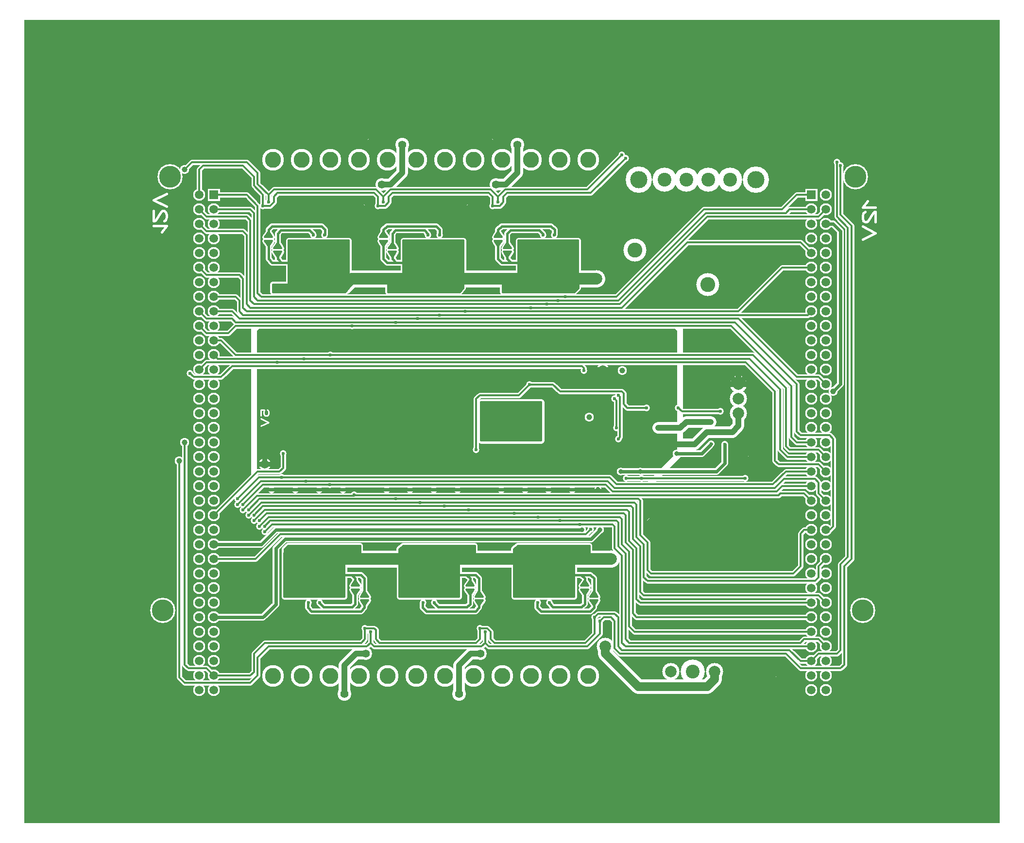
<source format=gbr>
%FSLAX34Y34*%
%MOMM*%
%LNCOPPER_BOTTOM*%
G71*
G01*
%ADD10C,3.800*%
%ADD11C,0.900*%
%ADD12C,2.100*%
%ADD13C,4.400*%
%ADD14C,4.200*%
%ADD15C,4.000*%
%ADD16C,4.600*%
%ADD17C,3.000*%
%ADD18C,0.397*%
%ADD19C,1.200*%
%ADD20C,1.000*%
%ADD21C,1.600*%
%ADD22C,1.400*%
%ADD23C,2.100*%
%ADD24C,1.200*%
%ADD25C,1.100*%
%ADD26C,0.800*%
%ADD27C,3.000*%
%ADD28C,4.000*%
%ADD29C,4.000*%
%ADD30C,3.000*%
%ADD31C,2.000*%
%ADD32C,0.238*%
%ADD33C,2.500*%
%ADD34C,2.400*%
%ADD35C,2.200*%
%ADD36C,1.120*%
%ADD37C,0.865*%
%ADD38C,1.753*%
%ADD39C,1.013*%
%ADD40C,2.600*%
%ADD41C,0.600*%
%ADD42C,1.400*%
%ADD43C,0.882*%
%ADD44C,2.800*%
%ADD45C,0.600*%
%ADD46C,0.300*%
%ADD47C,1.500*%
%ADD48C,3.800*%
%ADD49C,2.400*%
%ADD50C,2.000*%
%ADD51C,3.000*%
%ADD52C,0.400*%
%ADD53C,1.000*%
%ADD54C,0.800*%
%ADD55C,1.500*%
%ADD56C,0.900*%
%ADD57C,2.000*%
%ADD58C,2.600*%
%ADD59C,1.500*%
%ADD60C,1.400*%
%LPD*%
G36*
X-203200Y1193800D02*
X1496800Y1193800D01*
X1496800Y-206200D01*
X-203200Y-206200D01*
X-203200Y1193800D01*
G37*
%LPC*%
X579890Y49750D02*
G54D10*
D03*
X529890Y49750D02*
G54D10*
D03*
X479890Y49750D02*
G54D10*
D03*
X429890Y49750D02*
G54D10*
D03*
X379890Y49750D02*
G54D10*
D03*
X329890Y49750D02*
G54D10*
D03*
X279890Y49750D02*
G54D10*
D03*
X229890Y49750D02*
G54D10*
D03*
X779890Y49750D02*
G54D10*
D03*
X729890Y49750D02*
G54D10*
D03*
X679890Y49750D02*
G54D10*
D03*
X629890Y49750D02*
G54D10*
D03*
G36*
X354600Y188050D02*
X354600Y264249D01*
X249825Y264250D01*
X249825Y188050D01*
X354600Y188050D01*
G37*
G54D11*
X354600Y188050D02*
X354600Y264249D01*
X249825Y264250D01*
X249825Y188050D01*
X354600Y188050D01*
G36*
X1178900Y899500D02*
X1178900Y878500D01*
X1157900Y878500D01*
X1157900Y899500D01*
X1178900Y899500D01*
G37*
X1193800Y889000D02*
G54D12*
D03*
X1168400Y863600D02*
G54D12*
D03*
X1193800Y863600D02*
G54D12*
D03*
X1168400Y838200D02*
G54D12*
D03*
X1193800Y838200D02*
G54D12*
D03*
X1168400Y812800D02*
G54D12*
D03*
X1193800Y812800D02*
G54D12*
D03*
X1168400Y787400D02*
G54D12*
D03*
X1193800Y787400D02*
G54D12*
D03*
X1168400Y762000D02*
G54D12*
D03*
X1193800Y762000D02*
G54D12*
D03*
X1168400Y736600D02*
G54D12*
D03*
X1193800Y736600D02*
G54D12*
D03*
X1168400Y711200D02*
G54D12*
D03*
X1193800Y711200D02*
G54D12*
D03*
X1168400Y685800D02*
G54D12*
D03*
X1193800Y685800D02*
G54D12*
D03*
X1168400Y660400D02*
G54D12*
D03*
X1193800Y660400D02*
G54D12*
D03*
X1168400Y635000D02*
G54D12*
D03*
X1193800Y635000D02*
G54D12*
D03*
X1168400Y609600D02*
G54D12*
D03*
X1193800Y609600D02*
G54D12*
D03*
X1168400Y584200D02*
G54D12*
D03*
X1193800Y584200D02*
G54D12*
D03*
X1193800Y558800D02*
G54D12*
D03*
X1168400Y533400D02*
G54D12*
D03*
X1193800Y533400D02*
G54D12*
D03*
X1168400Y508000D02*
G54D12*
D03*
X1193800Y508000D02*
G54D12*
D03*
X1168400Y482600D02*
G54D12*
D03*
X1193800Y482600D02*
G54D12*
D03*
X1168400Y457200D02*
G54D12*
D03*
X1193800Y457200D02*
G54D12*
D03*
X1168400Y431800D02*
G54D12*
D03*
X1193800Y431800D02*
G54D12*
D03*
X1168400Y406400D02*
G54D12*
D03*
X1193800Y406400D02*
G54D12*
D03*
X1168400Y381000D02*
G54D12*
D03*
X1193800Y381000D02*
G54D12*
D03*
X1168400Y355600D02*
G54D12*
D03*
X1193800Y355600D02*
G54D12*
D03*
X1168400Y330200D02*
G54D12*
D03*
X1193800Y330200D02*
G54D12*
D03*
X1168400Y304800D02*
G54D12*
D03*
X1193800Y304800D02*
G54D12*
D03*
X1168400Y279400D02*
G54D12*
D03*
X1193800Y279400D02*
G54D12*
D03*
X1168400Y254000D02*
G54D12*
D03*
X1193800Y254000D02*
G54D12*
D03*
X1168400Y558800D02*
G54D12*
D03*
X1168400Y228600D02*
G54D12*
D03*
X1193800Y228600D02*
G54D12*
D03*
X1168400Y203200D02*
G54D12*
D03*
X1193800Y203200D02*
G54D12*
D03*
X1168400Y177800D02*
G54D12*
D03*
X1193800Y177800D02*
G54D12*
D03*
X1168400Y152400D02*
G54D12*
D03*
X1193800Y152400D02*
G54D12*
D03*
X1193800Y127000D02*
G54D12*
D03*
X1168400Y101600D02*
G54D12*
D03*
X1193800Y101600D02*
G54D12*
D03*
X1168400Y76200D02*
G54D12*
D03*
X1193800Y76200D02*
G54D12*
D03*
X1168400Y50800D02*
G54D12*
D03*
X1193800Y50800D02*
G54D12*
D03*
X1168400Y25400D02*
G54D12*
D03*
X1193800Y25400D02*
G54D12*
D03*
X1168400Y127000D02*
G54D12*
D03*
X1245088Y920171D02*
G54D13*
D03*
X1257788Y164521D02*
G54D13*
D03*
G36*
X137500Y899500D02*
X137500Y878500D01*
X116500Y878500D01*
X116500Y899500D01*
X137500Y899500D01*
G37*
X101600Y889000D02*
G54D12*
D03*
X127000Y863600D02*
G54D12*
D03*
X101600Y863600D02*
G54D12*
D03*
X127000Y838200D02*
G54D12*
D03*
X101600Y838200D02*
G54D12*
D03*
X127000Y812800D02*
G54D12*
D03*
X101600Y812800D02*
G54D12*
D03*
X127000Y787400D02*
G54D12*
D03*
X101600Y787400D02*
G54D12*
D03*
X127000Y762000D02*
G54D12*
D03*
X101600Y762000D02*
G54D12*
D03*
X127000Y736600D02*
G54D12*
D03*
X101600Y736600D02*
G54D12*
D03*
X127000Y711200D02*
G54D12*
D03*
X101600Y711200D02*
G54D12*
D03*
X127000Y685800D02*
G54D12*
D03*
X101600Y685800D02*
G54D12*
D03*
X127000Y660400D02*
G54D12*
D03*
X101600Y660400D02*
G54D12*
D03*
X127000Y635000D02*
G54D12*
D03*
X101600Y635000D02*
G54D12*
D03*
X127000Y609600D02*
G54D12*
D03*
X101600Y609600D02*
G54D12*
D03*
X127000Y584200D02*
G54D12*
D03*
X101600Y584200D02*
G54D12*
D03*
X101600Y558800D02*
G54D12*
D03*
X127000Y533400D02*
G54D12*
D03*
X101600Y533400D02*
G54D12*
D03*
X127000Y508000D02*
G54D12*
D03*
X101600Y508000D02*
G54D12*
D03*
X127000Y482600D02*
G54D12*
D03*
X101600Y482600D02*
G54D12*
D03*
X127000Y457200D02*
G54D12*
D03*
X101600Y457200D02*
G54D12*
D03*
X127000Y431800D02*
G54D12*
D03*
X101600Y431800D02*
G54D12*
D03*
X127000Y406400D02*
G54D12*
D03*
X101600Y406400D02*
G54D12*
D03*
X127000Y381000D02*
G54D12*
D03*
X101600Y381000D02*
G54D12*
D03*
X127000Y355600D02*
G54D12*
D03*
X101600Y355600D02*
G54D12*
D03*
X127000Y330200D02*
G54D12*
D03*
X101600Y330200D02*
G54D12*
D03*
X127000Y304800D02*
G54D12*
D03*
X101600Y304800D02*
G54D12*
D03*
X127000Y279400D02*
G54D12*
D03*
X101600Y279400D02*
G54D12*
D03*
X127000Y254000D02*
G54D12*
D03*
X101600Y254000D02*
G54D12*
D03*
X127000Y558800D02*
G54D12*
D03*
X127000Y228600D02*
G54D12*
D03*
X101600Y228600D02*
G54D12*
D03*
X127000Y203200D02*
G54D12*
D03*
X101600Y203200D02*
G54D12*
D03*
X127000Y177800D02*
G54D12*
D03*
X101600Y177800D02*
G54D12*
D03*
X127000Y152400D02*
G54D12*
D03*
X101600Y152400D02*
G54D12*
D03*
X101600Y127000D02*
G54D12*
D03*
X127000Y101600D02*
G54D12*
D03*
X101600Y101600D02*
G54D12*
D03*
X127000Y76200D02*
G54D12*
D03*
X101600Y76200D02*
G54D12*
D03*
X127000Y50800D02*
G54D12*
D03*
X101600Y50800D02*
G54D12*
D03*
X127000Y25400D02*
G54D12*
D03*
X101600Y25400D02*
G54D12*
D03*
X127000Y127000D02*
G54D12*
D03*
X50312Y920171D02*
G54D13*
D03*
X37612Y164521D02*
G54D13*
D03*
X579890Y949750D02*
G54D10*
D03*
X529890Y949750D02*
G54D10*
D03*
X479890Y949750D02*
G54D10*
D03*
X429890Y949750D02*
G54D10*
D03*
X379890Y949750D02*
G54D10*
D03*
X329890Y949750D02*
G54D10*
D03*
X279890Y949750D02*
G54D10*
D03*
X229890Y949750D02*
G54D10*
D03*
X779890Y949750D02*
G54D10*
D03*
X729890Y949750D02*
G54D10*
D03*
X679890Y949750D02*
G54D10*
D03*
X629890Y949750D02*
G54D10*
D03*
X962000Y57300D02*
G54D14*
D03*
X988579Y915425D02*
G54D15*
D03*
X950479Y915425D02*
G54D15*
D03*
X988579Y915425D02*
G54D15*
D03*
X950479Y915425D02*
G54D15*
D03*
X1026679Y915425D02*
G54D15*
D03*
X912379Y915425D02*
G54D15*
D03*
X1071652Y915424D02*
G54D16*
D03*
X867420Y915423D02*
G54D16*
D03*
X1026679Y915425D02*
G54D14*
D03*
X988579Y915425D02*
G54D14*
D03*
X950479Y915425D02*
G54D14*
D03*
X912379Y915425D02*
G54D14*
D03*
X962000Y57300D02*
G54D17*
D03*
X1000100Y57300D02*
G54D17*
D03*
X962000Y57300D02*
G54D17*
D03*
X1000100Y57300D02*
G54D17*
D03*
X923900Y57300D02*
G54D17*
D03*
G54D18*
X36102Y824197D02*
X44435Y835308D01*
X22213Y835308D01*
G54D18*
X22213Y860863D02*
X22213Y843086D01*
X23602Y843086D01*
X26379Y845308D01*
X34713Y858641D01*
X37490Y860863D01*
X40268Y860863D01*
X43046Y858641D01*
X44435Y854197D01*
X44435Y849752D01*
X43046Y845308D01*
X40268Y843086D01*
G54D18*
X44435Y868642D02*
X22213Y879753D01*
X44435Y890864D01*
G54D18*
X1266120Y878100D02*
X1257787Y866988D01*
X1280009Y866988D01*
G54D18*
X1280009Y841433D02*
X1280009Y859211D01*
X1278620Y859211D01*
X1275842Y856988D01*
X1267509Y843655D01*
X1264731Y841433D01*
X1261953Y841433D01*
X1259176Y843655D01*
X1257787Y848100D01*
X1257787Y852544D01*
X1259176Y856988D01*
X1261953Y859211D01*
G54D18*
X1257787Y833655D02*
X1280009Y822544D01*
X1257787Y811432D01*
X291710Y178022D02*
G54D19*
D03*
X311460Y178022D02*
G54D19*
D03*
G36*
X256754Y277097D02*
X381537Y277090D01*
X381532Y264397D01*
X250397Y264450D01*
X250404Y270747D01*
X256754Y277097D01*
G37*
G54D20*
X256754Y277097D02*
X381537Y277090D01*
X381532Y264397D01*
X250397Y264450D01*
X250404Y270747D01*
X256754Y277097D01*
X781050Y501650D02*
G54D21*
D03*
X831850Y463550D02*
G54D19*
D03*
X828675Y482600D02*
G54D19*
D03*
X825500Y533400D02*
G54D19*
D03*
X831850Y539750D02*
G54D19*
D03*
G54D11*
X828675Y482600D02*
X828675Y530225D01*
X825500Y533400D01*
G54D11*
X831850Y463550D02*
X835025Y466725D01*
X835025Y536575D01*
X831850Y539750D01*
X993227Y493212D02*
G54D21*
D03*
X869950Y406400D02*
G54D22*
D03*
X933450Y438150D02*
G54D22*
D03*
X127000Y228600D02*
G54D23*
D03*
X101600Y101600D02*
G54D23*
D03*
X101600Y406400D02*
G54D23*
D03*
X1168400Y660400D02*
G54D23*
D03*
X1193800Y660400D02*
G54D23*
D03*
X1193800Y635000D02*
G54D23*
D03*
X1193800Y152400D02*
G54D23*
D03*
X1168400Y279400D02*
G54D23*
D03*
X1193800Y812800D02*
G54D23*
D03*
X677195Y558450D02*
G54D19*
D03*
X127000Y660400D02*
G54D23*
D03*
G54D24*
X993994Y454372D02*
X977900Y438150D01*
X933450Y438150D01*
G36*
X592325Y527398D02*
X592325Y460723D01*
X697100Y460723D01*
X697100Y527398D01*
X592325Y527398D01*
G37*
G54D25*
X592325Y527398D02*
X592325Y460723D01*
X697100Y460723D01*
X697100Y527398D01*
X592325Y527398D01*
X358820Y270897D02*
G54D26*
D03*
X368344Y274072D02*
G54D26*
D03*
G36*
X373570Y191522D02*
X367220Y201047D01*
X379920Y201047D01*
X373570Y191522D01*
G37*
G54D11*
X373570Y191522D02*
X367220Y201047D01*
X379920Y201047D01*
X373570Y191522D01*
G36*
X373617Y216957D02*
X379967Y207432D01*
X367267Y207432D01*
X373617Y216957D01*
G37*
G54D11*
X373617Y216957D02*
X379967Y207432D01*
X367267Y207432D01*
X373617Y216957D01*
G36*
X389444Y172472D02*
X383094Y181997D01*
X395794Y181997D01*
X389444Y172472D01*
G37*
G54D11*
X389444Y172472D02*
X383094Y181997D01*
X395794Y181997D01*
X389444Y172472D01*
G36*
X389492Y197907D02*
X395842Y188382D01*
X383142Y188382D01*
X389492Y197907D01*
G37*
G54D11*
X389492Y197907D02*
X395842Y188382D01*
X383142Y188382D01*
X389492Y197907D01*
G54D20*
X311460Y178022D02*
X311460Y176672D01*
X317998Y170133D01*
X368056Y170133D01*
X373570Y175647D01*
X373570Y194697D01*
G54D20*
X373570Y213747D02*
X373570Y220097D01*
X367220Y226447D01*
X354520Y226447D01*
G54D20*
X389492Y194732D02*
X389444Y220097D01*
X383094Y226447D01*
X367220Y226447D01*
G54D20*
X291710Y178022D02*
X291020Y177332D01*
X291020Y169297D01*
X297370Y162947D01*
X383094Y162947D01*
X389444Y169297D01*
X389444Y175647D01*
G36*
X554625Y188050D02*
X554625Y264249D01*
X449850Y264250D01*
X449850Y188050D01*
X554625Y188050D01*
G37*
G54D11*
X554625Y188050D02*
X554625Y264249D01*
X449850Y264250D01*
X449850Y188050D01*
X554625Y188050D01*
X491734Y178022D02*
G54D19*
D03*
X511484Y178022D02*
G54D19*
D03*
G36*
X456780Y277097D02*
X581562Y277090D01*
X581557Y264397D01*
X450422Y264450D01*
X450430Y270747D01*
X456780Y277097D01*
G37*
G54D20*
X456780Y277097D02*
X581562Y277090D01*
X581557Y264397D01*
X450422Y264450D01*
X450430Y270747D01*
X456780Y277097D01*
X558844Y270897D02*
G54D26*
D03*
X568370Y274072D02*
G54D26*
D03*
G36*
X573594Y191522D02*
X567244Y201047D01*
X579944Y201047D01*
X573594Y191522D01*
G37*
G54D11*
X573594Y191522D02*
X567244Y201047D01*
X579944Y201047D01*
X573594Y191522D01*
G36*
X573642Y216957D02*
X579992Y207432D01*
X567292Y207432D01*
X573642Y216957D01*
G37*
G54D11*
X573642Y216957D02*
X579992Y207432D01*
X567292Y207432D01*
X573642Y216957D01*
G36*
X589470Y172472D02*
X583120Y181997D01*
X595820Y181997D01*
X589470Y172472D01*
G37*
G54D11*
X589470Y172472D02*
X583120Y181997D01*
X595820Y181997D01*
X589470Y172472D01*
G36*
X589517Y197907D02*
X595867Y188382D01*
X583167Y188382D01*
X589517Y197907D01*
G37*
G54D11*
X589517Y197907D02*
X595867Y188382D01*
X583167Y188382D01*
X589517Y197907D01*
G54D20*
X511484Y178022D02*
X511484Y176672D01*
X518023Y170133D01*
X568081Y170133D01*
X573594Y175647D01*
X573594Y194697D01*
G54D20*
X573594Y213747D02*
X573594Y220097D01*
X567244Y226447D01*
X554544Y226447D01*
G54D20*
X589517Y194732D02*
X589470Y220097D01*
X583120Y226447D01*
X567244Y226447D01*
G54D20*
X491734Y178022D02*
X491044Y177332D01*
X491044Y169297D01*
X497394Y162947D01*
X583120Y162947D01*
X589470Y169297D01*
X589470Y175647D01*
G36*
X754650Y188050D02*
X754650Y264249D01*
X649875Y264250D01*
X649875Y188050D01*
X754650Y188050D01*
G37*
G54D11*
X754650Y188050D02*
X754650Y264249D01*
X649875Y264250D01*
X649875Y188050D01*
X754650Y188050D01*
X691760Y178022D02*
G54D19*
D03*
X711510Y178022D02*
G54D19*
D03*
G36*
X656804Y277097D02*
X781587Y277090D01*
X781582Y264397D01*
X650447Y264450D01*
X650454Y270747D01*
X656804Y277097D01*
G37*
G54D20*
X656804Y277097D02*
X781587Y277090D01*
X781582Y264397D01*
X650447Y264450D01*
X650454Y270747D01*
X656804Y277097D01*
X758870Y270897D02*
G54D26*
D03*
X768394Y274072D02*
G54D26*
D03*
G36*
X773620Y191522D02*
X767270Y201047D01*
X779970Y201047D01*
X773620Y191522D01*
G37*
G54D11*
X773620Y191522D02*
X767270Y201047D01*
X779970Y201047D01*
X773620Y191522D01*
G36*
X773667Y216957D02*
X780017Y207432D01*
X767317Y207432D01*
X773667Y216957D01*
G37*
G54D11*
X773667Y216957D02*
X780017Y207432D01*
X767317Y207432D01*
X773667Y216957D01*
G36*
X789494Y172472D02*
X783144Y181997D01*
X795844Y181997D01*
X789494Y172472D01*
G37*
G54D11*
X789494Y172472D02*
X783144Y181997D01*
X795844Y181997D01*
X789494Y172472D01*
G36*
X789542Y197907D02*
X795892Y188382D01*
X783192Y188382D01*
X789542Y197907D01*
G37*
G54D11*
X789542Y197907D02*
X795892Y188382D01*
X783192Y188382D01*
X789542Y197907D01*
G54D20*
X711510Y178022D02*
X711510Y176672D01*
X718048Y170133D01*
X768106Y170133D01*
X773620Y175647D01*
X773620Y194697D01*
G54D20*
X773620Y213747D02*
X773620Y220097D01*
X767270Y226447D01*
X754570Y226447D01*
G54D20*
X789542Y194732D02*
X789494Y220097D01*
X783144Y226447D01*
X767270Y226447D01*
G54D20*
X691760Y178022D02*
X691070Y177332D01*
X691070Y169297D01*
X697420Y162947D01*
X783144Y162947D01*
X789494Y169297D01*
X789494Y175647D01*
X993994Y454372D02*
G54D19*
D03*
X1041400Y558800D02*
G54D17*
D03*
X1041400Y533400D02*
G54D17*
D03*
X1041400Y508000D02*
G54D17*
D03*
X1041400Y533400D02*
G54D17*
D03*
X1041400Y558800D02*
G54D27*
D03*
X1017758Y454113D02*
G54D19*
D03*
G54D24*
X1017758Y454113D02*
X1017758Y420858D01*
X1003300Y406400D01*
X836150Y406400D01*
X898500Y308760D02*
G54D28*
D03*
X896675Y828591D02*
G54D29*
D03*
X819150Y254000D02*
G54D17*
D03*
X793750Y742950D02*
G54D17*
D03*
G36*
X657350Y809147D02*
X657349Y732948D01*
X762124Y732947D01*
X762124Y809147D01*
X657350Y809147D01*
G37*
G54D11*
X657350Y809147D02*
X657349Y732948D01*
X762124Y732947D01*
X762124Y809147D01*
X657350Y809147D01*
X720240Y819175D02*
G54D19*
D03*
X700490Y819175D02*
G54D19*
D03*
G36*
X755195Y720100D02*
X630413Y720106D01*
X630418Y732800D01*
X761552Y732747D01*
X761545Y726450D01*
X755195Y720100D01*
G37*
G54D20*
X755195Y720100D02*
X630413Y720106D01*
X630418Y732800D01*
X761552Y732747D01*
X761545Y726450D01*
X755195Y720100D01*
X653130Y726300D02*
G54D26*
D03*
X643605Y723125D02*
G54D26*
D03*
G36*
X638380Y805675D02*
X644730Y796150D01*
X632030Y796150D01*
X638380Y805675D01*
G37*
G54D11*
X638380Y805675D02*
X644730Y796150D01*
X632030Y796150D01*
X638380Y805675D01*
G36*
X638332Y780240D02*
X631982Y789765D01*
X644683Y789765D01*
X638332Y780240D01*
G37*
G54D11*
X638332Y780240D02*
X631982Y789765D01*
X644683Y789765D01*
X638332Y780240D01*
G36*
X622505Y824725D02*
X628855Y815200D01*
X616155Y815200D01*
X622505Y824725D01*
G37*
G54D11*
X622505Y824725D02*
X628855Y815200D01*
X616155Y815200D01*
X622505Y824725D01*
G36*
X622458Y799290D02*
X616107Y808815D01*
X628808Y808815D01*
X622458Y799290D01*
G37*
G54D11*
X622458Y799290D02*
X616107Y808815D01*
X628808Y808815D01*
X622458Y799290D01*
G54D20*
X700490Y819175D02*
X700490Y820525D01*
X693952Y827064D01*
X643894Y827064D01*
X638380Y821550D01*
X638380Y802500D01*
G54D20*
X638380Y783450D02*
X638380Y777100D01*
X644730Y770750D01*
X657430Y770750D01*
G54D20*
X622458Y802465D02*
X622505Y777100D01*
X628855Y770750D01*
X644730Y770750D01*
G54D20*
X720240Y819175D02*
X720930Y819865D01*
X720930Y827900D01*
X714580Y834250D01*
X628855Y834250D01*
X622505Y827900D01*
X622505Y821550D01*
G36*
X457324Y809147D02*
X457324Y732948D01*
X562100Y732947D01*
X562100Y809147D01*
X457324Y809147D01*
G37*
G54D11*
X457324Y809147D02*
X457324Y732948D01*
X562100Y732947D01*
X562100Y809147D01*
X457324Y809147D01*
X520215Y819175D02*
G54D19*
D03*
X500465Y819175D02*
G54D19*
D03*
G36*
X555170Y720100D02*
X430388Y720106D01*
X430393Y732800D01*
X561527Y732747D01*
X561520Y726450D01*
X555170Y720100D01*
G37*
G54D20*
X555170Y720100D02*
X430388Y720106D01*
X430393Y732800D01*
X561527Y732747D01*
X561520Y726450D01*
X555170Y720100D01*
X453105Y726300D02*
G54D26*
D03*
X443580Y723125D02*
G54D26*
D03*
G36*
X438355Y805675D02*
X444705Y796150D01*
X432005Y796150D01*
X438355Y805675D01*
G37*
G54D11*
X438355Y805675D02*
X444705Y796150D01*
X432005Y796150D01*
X438355Y805675D01*
G36*
X438308Y780240D02*
X431957Y789765D01*
X444658Y789765D01*
X438308Y780240D01*
G37*
G54D11*
X438308Y780240D02*
X431957Y789765D01*
X444658Y789765D01*
X438308Y780240D01*
G36*
X422480Y824725D02*
X428830Y815200D01*
X416130Y815200D01*
X422480Y824725D01*
G37*
G54D11*
X422480Y824725D02*
X428830Y815200D01*
X416130Y815200D01*
X422480Y824725D01*
G36*
X422432Y799290D02*
X416082Y808815D01*
X428782Y808815D01*
X422432Y799290D01*
G37*
G54D11*
X422432Y799290D02*
X416082Y808815D01*
X428782Y808815D01*
X422432Y799290D01*
G54D20*
X500465Y819175D02*
X500465Y820525D01*
X493926Y827064D01*
X443868Y827064D01*
X438355Y821550D01*
X438355Y802500D01*
G54D20*
X438355Y783450D02*
X438355Y777100D01*
X444705Y770750D01*
X457405Y770750D01*
G54D20*
X422432Y802465D02*
X422480Y777100D01*
X428830Y770750D01*
X444705Y770750D01*
G54D20*
X520215Y819175D02*
X520905Y819865D01*
X520905Y827900D01*
X514555Y834250D01*
X428830Y834250D01*
X422480Y827900D01*
X422480Y821550D01*
G36*
X257300Y809147D02*
X257299Y732948D01*
X362074Y732947D01*
X362074Y809147D01*
X257300Y809147D01*
G37*
G54D11*
X257300Y809147D02*
X257299Y732948D01*
X362074Y732947D01*
X362074Y809147D01*
X257300Y809147D01*
X320190Y819175D02*
G54D19*
D03*
X300440Y819175D02*
G54D19*
D03*
G36*
X355145Y720100D02*
X230362Y720106D01*
X230368Y732800D01*
X361502Y732747D01*
X361495Y726450D01*
X355145Y720100D01*
G37*
G54D20*
X355145Y720100D02*
X230362Y720106D01*
X230368Y732800D01*
X361502Y732747D01*
X361495Y726450D01*
X355145Y720100D01*
X253080Y726300D02*
G54D26*
D03*
X243555Y723125D02*
G54D26*
D03*
G36*
X238330Y805675D02*
X244680Y796150D01*
X231980Y796150D01*
X238330Y805675D01*
G37*
G54D11*
X238330Y805675D02*
X244680Y796150D01*
X231980Y796150D01*
X238330Y805675D01*
G36*
X238282Y780240D02*
X231932Y789765D01*
X244633Y789765D01*
X238282Y780240D01*
G37*
G54D11*
X238282Y780240D02*
X231932Y789765D01*
X244633Y789765D01*
X238282Y780240D01*
G36*
X222455Y824725D02*
X228805Y815200D01*
X216105Y815200D01*
X222455Y824725D01*
G37*
G54D11*
X222455Y824725D02*
X228805Y815200D01*
X216105Y815200D01*
X222455Y824725D01*
G36*
X222408Y799290D02*
X216057Y808815D01*
X228758Y808815D01*
X222408Y799290D01*
G37*
G54D11*
X222408Y799290D02*
X216057Y808815D01*
X228758Y808815D01*
X222408Y799290D01*
G54D20*
X300440Y819175D02*
X300440Y820525D01*
X293902Y827064D01*
X243844Y827064D01*
X238330Y821550D01*
X238330Y802500D01*
G54D20*
X238330Y783450D02*
X238330Y777100D01*
X244680Y770750D01*
X257380Y770750D01*
G54D20*
X222408Y802465D02*
X222455Y777100D01*
X228805Y770750D01*
X244680Y770750D01*
G54D20*
X320190Y819175D02*
X320880Y819865D01*
X320880Y827900D01*
X314530Y834250D01*
X228805Y834250D01*
X222455Y827900D01*
X222455Y821550D01*
X838834Y582930D02*
G54D21*
D03*
X245045Y396175D02*
G54D19*
D03*
X287272Y389825D02*
G54D19*
D03*
X328865Y383475D02*
G54D19*
D03*
X371727Y365695D02*
G54D19*
D03*
X444500Y358775D02*
G54D19*
D03*
X487045Y352425D02*
G54D19*
D03*
X528955Y346075D02*
G54D19*
D03*
X571500Y339725D02*
G54D19*
D03*
X650875Y333375D02*
G54D19*
D03*
X692150Y327025D02*
G54D19*
D03*
X730250Y320675D02*
G54D19*
D03*
X765175Y314325D02*
G54D19*
D03*
X739775Y711200D02*
G54D19*
D03*
X727075Y704850D02*
G54D19*
D03*
X708025Y698500D02*
G54D19*
D03*
X679450Y692150D02*
G54D19*
D03*
X565150Y685800D02*
G54D19*
D03*
X520700Y679450D02*
G54D19*
D03*
X482600Y673100D02*
G54D19*
D03*
X444500Y666750D02*
G54D19*
D03*
X368300Y660400D02*
G54D19*
D03*
X330200Y609600D02*
G54D19*
D03*
X284480Y603250D02*
G54D19*
D03*
X238125Y596900D02*
G54D19*
D03*
G54D30*
X353615Y729939D02*
X366626Y742950D01*
X793750Y742950D01*
G54D30*
X349250Y254038D02*
X819150Y254000D01*
G54D24*
X127000Y279400D02*
X209550Y279400D01*
X234950Y304800D01*
X768350Y304800D01*
G54D20*
X222250Y317500D02*
X819150Y317500D01*
X939800Y438150D01*
X939800Y654050D01*
X914400Y679450D01*
X222250Y679450D01*
X196850Y654050D01*
X196850Y342900D01*
X222250Y317500D01*
G54D31*
X1030738Y475113D02*
X1041400Y485775D01*
X1041400Y508000D01*
G54D32*
X208917Y503683D02*
X208917Y514350D01*
X214750Y514350D01*
X214750Y513017D01*
X213917Y510350D01*
X213917Y507683D01*
X214750Y505017D01*
X216417Y503683D01*
X219750Y503683D01*
X221417Y505017D01*
X222250Y507683D01*
X222250Y510350D01*
X221417Y513017D01*
X219750Y514350D01*
G54D32*
X208917Y499016D02*
X222250Y492349D01*
X208917Y485683D01*
X1017358Y475113D02*
G54D19*
D03*
X889000Y463549D02*
G54D21*
D03*
X815468Y570472D02*
G54D19*
D03*
X777368Y421882D02*
G54D19*
D03*
X796318Y421692D02*
G54D19*
D03*
X698500Y447675D02*
G54D19*
D03*
X784225Y622300D02*
G54D19*
D03*
X742950Y622300D02*
G54D19*
D03*
X701675Y622300D02*
G54D19*
D03*
X660400Y622300D02*
G54D19*
D03*
X584200Y622300D02*
G54D19*
D03*
X542925Y622300D02*
G54D19*
D03*
X501650Y622300D02*
G54D19*
D03*
X460375Y622300D02*
G54D19*
D03*
X384175Y622300D02*
G54D19*
D03*
X342900Y622300D02*
G54D19*
D03*
X301625Y622300D02*
G54D19*
D03*
X260350Y622300D02*
G54D19*
D03*
X751868Y374702D02*
G54D19*
D03*
X796318Y376607D02*
G54D19*
D03*
X845609Y394759D02*
G54D19*
D03*
X1053041Y394759D02*
G54D19*
D03*
G54D11*
X845609Y394759D02*
X1053041Y394759D01*
G54D11*
X127000Y254000D02*
X200025Y254000D01*
X243192Y297167D01*
X775594Y297167D01*
G54D11*
X775594Y297167D02*
X784225Y305435D01*
X873125Y394335D02*
G54D19*
D03*
X1009650Y511175D02*
G54D19*
D03*
G54D11*
X677195Y558450D02*
X717900Y558450D01*
X730250Y546100D01*
X838200Y546100D01*
X881062Y517525D02*
G54D19*
D03*
G54D11*
X838200Y546100D02*
X841375Y542925D01*
X841375Y523875D01*
G54D11*
X841375Y523875D02*
X847725Y517525D01*
X881062Y517525D01*
G54D11*
X677195Y558450D02*
X658495Y539750D01*
X590550Y539750D01*
X584200Y533400D01*
X584200Y444500D01*
X584200Y444500D02*
G54D19*
D03*
X896675Y828591D02*
G54D29*
D03*
X860754Y792670D02*
G54D29*
D03*
X1023675Y768266D02*
G54D29*
D03*
G54D11*
X101600Y38100D02*
X190500Y38100D01*
G54D11*
X190500Y38100D02*
X203200Y50800D01*
X203200Y82550D01*
X222250Y101600D01*
X390525Y133350D02*
G54D19*
D03*
X400050Y127000D02*
G54D19*
D03*
X590550Y133350D02*
G54D19*
D03*
X600075Y127000D02*
G54D19*
D03*
X790575Y152400D02*
G54D19*
D03*
X800100Y146050D02*
G54D19*
D03*
G54D11*
X127000Y50800D02*
X114300Y63500D01*
X82550Y63500D01*
X76200Y69850D01*
X76200Y457200D01*
G54D11*
X76200Y933450D02*
X88900Y946150D01*
X114300Y946150D01*
G54D11*
X114300Y946150D02*
X184150Y946150D01*
G54D11*
X184150Y946150D02*
X203200Y927100D01*
X203200Y908050D01*
X222250Y889000D01*
G54D11*
X777875Y898525D02*
X838200Y958850D01*
G54D11*
X1212850Y850900D02*
X1231900Y831850D01*
X1231900Y279400D01*
X222250Y876300D02*
G54D19*
D03*
X422275Y876300D02*
G54D19*
D03*
X622300Y876300D02*
G54D19*
D03*
G54D11*
X101600Y889000D02*
X101600Y933450D01*
X107950Y939800D01*
X177800Y939800D01*
X196850Y920750D01*
X196850Y904875D01*
X212725Y889000D01*
X612775Y869950D02*
G54D19*
D03*
X412900Y869800D02*
G54D19*
D03*
X212725Y869950D02*
G54D19*
D03*
G54D11*
X765175Y314325D02*
X234394Y314325D01*
X215952Y301677D02*
G54D19*
D03*
G54D11*
X234394Y314325D02*
X228600Y314325D01*
X215952Y301677D01*
X215952Y311202D02*
G54D19*
D03*
G54D11*
X215952Y311202D02*
X225425Y320675D01*
X730250Y320675D01*
G54D11*
X692150Y327025D02*
X222250Y327025D01*
X206375Y311150D01*
X206375Y311150D02*
G54D19*
D03*
X206427Y320727D02*
G54D19*
D03*
G54D11*
X206427Y320727D02*
X219075Y333375D01*
X650875Y333375D01*
X196902Y320727D02*
G54D19*
D03*
X196902Y330252D02*
G54D19*
D03*
X187377Y330252D02*
G54D19*
D03*
X187377Y339777D02*
G54D19*
D03*
G54D11*
X571500Y339725D02*
X215900Y339725D01*
X196902Y320727D01*
G54D11*
X528955Y346075D02*
X212725Y346075D01*
X196902Y330252D01*
G54D11*
X487045Y352425D02*
X209550Y352425D01*
X187377Y330252D01*
X177852Y339777D02*
G54D19*
D03*
G54D11*
X444500Y358775D02*
X206375Y358775D01*
X187377Y339777D01*
G54D11*
X371727Y364425D02*
X202500Y364425D01*
X177852Y339777D01*
X177852Y349302D02*
G54D19*
D03*
X168327Y349302D02*
G54D19*
D03*
X168327Y358827D02*
G54D19*
D03*
G54D11*
X328865Y383475D02*
X212025Y383475D01*
X177852Y349302D01*
G54D11*
X287272Y389825D02*
X208850Y389825D01*
X168327Y349302D01*
G54D11*
X245045Y396175D02*
X205675Y396175D01*
X168327Y358827D01*
G54D11*
X765175Y314325D02*
X822325Y314325D01*
G54D11*
X730250Y320675D02*
X828675Y320675D01*
G54D11*
X692150Y327025D02*
X835025Y327025D01*
G54D11*
X650875Y333375D02*
X841375Y333375D01*
G54D11*
X571500Y339725D02*
X847725Y339725D01*
G54D11*
X528955Y346075D02*
X854075Y346075D01*
G54D11*
X487045Y352425D02*
X860425Y352425D01*
G54D11*
X444500Y358775D02*
X866775Y358775D01*
G54D11*
X371727Y364425D02*
X372428Y365125D01*
X873125Y365125D01*
G54D11*
X328865Y383475D02*
X810325Y383475D01*
X822325Y371475D01*
X879475Y371475D01*
G54D11*
X287272Y389825D02*
X813500Y389825D01*
X825500Y377825D01*
X885825Y377825D01*
G54D11*
X245045Y396175D02*
X816675Y396175D01*
X828675Y384175D01*
X892175Y384175D01*
X800100Y304800D02*
G54D22*
D03*
X768350Y304800D02*
G54D22*
D03*
G54D24*
X127000Y152400D02*
X212725Y152400D01*
X234950Y174625D01*
X234950Y272784D01*
X251143Y288977D01*
X784277Y288977D01*
X800100Y304800D01*
X784225Y305435D02*
G54D19*
D03*
X836150Y406400D02*
G54D22*
D03*
X247650Y438150D02*
G54D19*
D03*
G54D11*
X127000Y330200D02*
X203200Y406400D01*
G54D11*
X203200Y406400D02*
X241300Y406400D01*
X247650Y412750D01*
X247650Y438150D01*
X215900Y419100D02*
G54D23*
D03*
X710593Y374702D02*
G54D19*
D03*
X669318Y374702D02*
G54D19*
D03*
X628043Y374702D02*
G54D19*
D03*
X551843Y374702D02*
G54D19*
D03*
X510568Y374702D02*
G54D19*
D03*
X469293Y374702D02*
G54D19*
D03*
X428018Y374702D02*
G54D19*
D03*
X351818Y374702D02*
G54D19*
D03*
X310543Y374702D02*
G54D19*
D03*
X269268Y374702D02*
G54D19*
D03*
X227993Y374702D02*
G54D19*
D03*
G54D11*
X822325Y314325D02*
X825500Y311150D01*
X825500Y273050D01*
X838200Y260350D01*
X838200Y107950D01*
X844550Y101600D01*
X1168400Y101600D01*
G54D11*
X828675Y320675D02*
X831850Y317500D01*
X831850Y276225D01*
X844550Y263525D01*
X844550Y114300D01*
X850900Y107950D01*
X1149350Y107950D01*
X1155700Y114300D01*
X1181100Y114300D01*
X1193800Y101600D01*
G54D11*
X835025Y327025D02*
X838200Y323850D01*
X838200Y279400D01*
X850900Y266700D01*
X850900Y136525D01*
X860425Y127000D01*
X1168400Y127000D01*
G54D11*
X841375Y333375D02*
X844550Y330200D01*
X844550Y282575D01*
X857250Y269875D01*
X857175Y158900D01*
X863600Y152400D01*
X1168400Y152400D01*
G54D11*
X847725Y339725D02*
X850900Y336550D01*
X850900Y285750D01*
X863600Y273050D01*
X863600Y184150D01*
X869950Y177800D01*
X1168400Y177800D01*
G54D11*
X854075Y346075D02*
X857250Y342900D01*
X857250Y288925D01*
X869950Y276225D01*
X869950Y196850D01*
G54D11*
X869950Y196850D02*
X876300Y190500D01*
X1181100Y190500D01*
X1193800Y177800D01*
G54D11*
X860425Y352425D02*
X863600Y349250D01*
X863600Y292100D01*
X876300Y279400D01*
X876300Y222250D01*
X882650Y215900D01*
X1168400Y215900D01*
G54D11*
X866775Y358775D02*
X869950Y355600D01*
X869950Y295275D01*
X882650Y282575D01*
X882650Y234950D01*
X889000Y228600D01*
X1136650Y228600D01*
X1149350Y241300D01*
G54D11*
X739775Y711200D02*
X828675Y711200D01*
G54D11*
X727075Y704850D02*
X831850Y704850D01*
G54D11*
X708025Y698500D02*
X835025Y698500D01*
G54D11*
X679450Y692150D02*
X838200Y692150D01*
G54D11*
X565150Y685800D02*
X850900Y685800D01*
G54D11*
X520700Y679450D02*
X857250Y679450D01*
G54D11*
X482600Y673100D02*
X863600Y673100D01*
G54D11*
X444500Y666750D02*
X869950Y666750D01*
G54D11*
X828675Y711200D02*
X981075Y863600D01*
X1117600Y863600D01*
X1143000Y889000D01*
X1168400Y889000D01*
G54D11*
X831850Y704850D02*
X984250Y857250D01*
X1123950Y857250D01*
G54D11*
X1123950Y857250D02*
X1130300Y863600D01*
X1168400Y863600D01*
G54D11*
X835025Y698500D02*
X987425Y850900D01*
X1181100Y850900D01*
X1193800Y863600D01*
G54D11*
X838200Y692150D02*
X952500Y806450D01*
X1149350Y806450D01*
X1168400Y787400D01*
G54D11*
X850900Y685800D02*
X1041400Y685800D01*
X1117600Y762000D01*
X1168400Y762000D01*
G54D11*
X857250Y679450D02*
X1162050Y679450D01*
X1168400Y685800D01*
G54D11*
X863600Y673100D02*
X1041400Y673100D01*
X1143000Y571500D01*
X1181100Y571500D01*
X1193800Y558800D01*
G54D11*
X869950Y666750D02*
X1035050Y666750D01*
X1143000Y558800D01*
X1143000Y533400D01*
G54D11*
X368300Y660400D02*
X1028700Y660400D01*
X1133475Y555625D01*
X1133475Y466725D01*
X1143000Y457200D01*
X1168400Y457200D01*
G54D11*
X330200Y609600D02*
X1066800Y609600D01*
X1123950Y552450D01*
X1123950Y450850D01*
G54D11*
X1123950Y450850D02*
X1130300Y444500D01*
X1181100Y444500D01*
X1193800Y431800D01*
G54D11*
X284480Y603250D02*
X1060450Y603250D01*
X1114425Y549275D01*
X1114425Y444500D01*
X1127125Y431800D01*
X1168400Y431800D01*
G54D11*
X238125Y596900D02*
X1054100Y596900D01*
X1104900Y546100D01*
X1104900Y425450D01*
G54D11*
X1104900Y425450D02*
X1111250Y419100D01*
X1181100Y419100D01*
X1193800Y406400D01*
G54D11*
X739775Y711200D02*
X209550Y711200D01*
X203200Y717550D01*
X203200Y869950D01*
X184150Y889000D01*
X127000Y889000D01*
G54D11*
X727075Y704850D02*
X203200Y704850D01*
X196850Y711200D01*
X196850Y857250D01*
X190500Y863600D01*
X127000Y863600D01*
G54D11*
X708025Y698500D02*
X196850Y698500D01*
X190500Y704850D01*
X190500Y844550D01*
X184150Y850900D01*
X114300Y850900D01*
X101600Y863600D01*
G54D11*
X679450Y692150D02*
X190500Y692150D01*
X184150Y698500D01*
X184150Y819150D01*
X177800Y825500D01*
X114300Y825500D01*
X101600Y838200D01*
G54D11*
X565150Y685800D02*
X184150Y685800D01*
X177800Y692150D01*
X177800Y742950D01*
X171450Y749300D01*
X114300Y749300D01*
X101600Y762000D01*
G54D11*
X520700Y679450D02*
X177800Y679450D01*
X171450Y685800D01*
X171450Y704850D01*
X165100Y711200D01*
X127000Y711200D01*
G54D11*
X482600Y673100D02*
X171450Y673100D01*
X158750Y685800D01*
X127000Y685800D01*
G54D11*
X444500Y666750D02*
X165100Y666750D01*
X158750Y673100D01*
X114300Y673100D01*
X101600Y685800D01*
G54D11*
X368300Y660400D02*
X165100Y660400D01*
X152400Y647700D01*
X114300Y647700D01*
X101600Y660400D01*
G54D11*
X330200Y609600D02*
X165100Y609600D01*
X139700Y635000D01*
X127000Y635000D01*
G54D11*
X284480Y603250D02*
X133350Y603250D01*
X127000Y609600D01*
G54D11*
X238125Y596900D02*
X114300Y596900D01*
X101600Y584200D01*
X805180Y584200D02*
G54D23*
D03*
G54D11*
X892175Y384175D02*
X1101725Y384175D01*
X1123950Y406400D01*
X1168400Y406400D01*
G54D11*
X885825Y377825D02*
X1104900Y377825D01*
X1120775Y393700D01*
X1174750Y393700D01*
G54D11*
X879475Y371475D02*
X1108075Y371475D01*
X1117600Y381000D01*
X1168400Y381000D01*
G54D11*
X873125Y365125D02*
X1111250Y365125D01*
X1114425Y368300D01*
X1155700Y368300D01*
X1168400Y355600D01*
X1047750Y422275D02*
G54D17*
D03*
X838200Y958850D02*
G54D19*
D03*
X844550Y952500D02*
G54D19*
D03*
X1212850Y946150D02*
G54D19*
D03*
G54D11*
X1212850Y850900D02*
X1212850Y946150D01*
X1219200Y939800D02*
G54D19*
D03*
X1206500Y546100D02*
G54D21*
D03*
G54D24*
X1193800Y838200D02*
X1206500Y838200D01*
X1219200Y825500D01*
X1219200Y558800D01*
X1206500Y546100D01*
G54D11*
X825500Y98425D02*
X835025Y88900D01*
X1123950Y88900D01*
X1149350Y63500D01*
X1219200Y63500D01*
X1117600Y38100D02*
G54D17*
D03*
G54D11*
X127000Y50800D02*
X190500Y50800D01*
X196850Y57150D01*
X196850Y88900D01*
X215900Y107950D01*
G54D11*
X831850Y101600D02*
X838200Y95250D01*
X1130300Y95250D01*
X1149350Y76200D01*
X1168400Y76200D01*
X809200Y102025D02*
G54D17*
D03*
G54D33*
X1000100Y57300D02*
X1000100Y44425D01*
X987425Y31750D01*
X866775Y31750D01*
X809625Y88900D01*
X809200Y102025D01*
G54D11*
X774700Y107950D02*
X790575Y123825D01*
X790575Y152400D01*
X796925Y158750D01*
X825500Y158750D01*
X831850Y152400D01*
X831850Y101600D01*
G54D11*
X774700Y101600D02*
X777875Y101600D01*
X800100Y123825D01*
X800100Y146050D01*
X806450Y152400D01*
X819150Y152400D01*
X825500Y146050D01*
X825500Y98425D01*
X604520Y19050D02*
G54D34*
D03*
X405130Y19050D02*
G54D34*
D03*
X628650Y133350D02*
G54D34*
D03*
X431800Y133350D02*
G54D34*
D03*
X404867Y977002D02*
G54D34*
D03*
X604257Y977002D02*
G54D34*
D03*
X380737Y862702D02*
G54D34*
D03*
X577587Y862702D02*
G54D34*
D03*
X76200Y457200D02*
G54D21*
D03*
X76200Y933450D02*
G54D21*
D03*
G54D31*
X1030738Y475113D02*
X1017358Y475113D01*
X986288Y475113D01*
X965200Y454025D01*
X942975Y454025D01*
X901700Y482600D02*
G54D21*
D03*
G54D31*
X901700Y482600D02*
X939800Y482600D01*
X950412Y493212D01*
X993227Y493212D01*
G54D11*
X1009650Y511175D02*
X942975Y511175D01*
X936625Y517525D01*
X936625Y517525D02*
G54D19*
D03*
G54D11*
X222250Y101600D02*
X393700Y101600D01*
X400050Y107950D01*
X400050Y127000D01*
G54D11*
X400050Y107950D02*
X406400Y101600D01*
X593725Y101600D01*
X600075Y107950D01*
X600075Y127000D01*
G54D11*
X600075Y107950D02*
X606425Y101600D01*
X777875Y101600D01*
G54D11*
X215900Y107950D02*
X384175Y107950D01*
X390525Y114300D01*
X390525Y133350D01*
G54D11*
X390525Y133350D02*
X406400Y133350D01*
X409575Y130175D01*
X409575Y114300D01*
X415925Y107950D01*
X584200Y107950D01*
X590550Y114300D01*
X590550Y133350D01*
X603250Y133350D01*
X609600Y127000D01*
X609600Y114300D01*
X615950Y107950D01*
X774700Y107950D01*
X354330Y19050D02*
G54D34*
D03*
X391795Y88900D02*
G54D35*
D03*
G54D31*
X354330Y19050D02*
X354330Y68580D01*
X374650Y88900D01*
X391795Y88900D01*
X554355Y19050D02*
G54D34*
D03*
X591820Y88900D02*
G54D35*
D03*
G54D31*
X554355Y19050D02*
X554355Y68580D01*
X574675Y88900D01*
X591820Y88900D01*
X656398Y976611D02*
G54D34*
D03*
X618933Y906761D02*
G54D35*
D03*
G54D31*
X656398Y976611D02*
X656398Y927081D01*
X636078Y906761D01*
X618933Y906761D01*
G54D11*
X844550Y952500D02*
X784225Y892175D01*
G54D11*
X777875Y898525D02*
X635000Y898525D01*
X622300Y885825D01*
X622300Y876300D01*
G54D11*
X622300Y876300D02*
X622300Y885825D01*
X609600Y898525D01*
X434975Y898525D01*
X422275Y885825D01*
X422275Y876300D01*
G54D11*
X422275Y876300D02*
X422275Y885825D01*
X409575Y898525D01*
X231775Y898525D01*
X222250Y889000D01*
X222250Y876300D01*
G54D11*
X212725Y889000D02*
X212725Y869950D01*
G54D11*
X212725Y869950D02*
X225425Y869950D01*
X231775Y876300D01*
X231775Y885825D01*
X238125Y892175D01*
X406400Y892175D01*
X412750Y885825D01*
X412750Y869950D01*
X412900Y869800D01*
X425300Y869800D01*
X431800Y876300D01*
X431800Y885825D01*
X438150Y892175D01*
X606425Y892175D01*
X612775Y885825D01*
X612775Y869950D01*
X625475Y869950D01*
X631825Y876300D01*
X631825Y885825D01*
X638175Y892175D01*
X784225Y892175D01*
X455103Y976611D02*
G54D34*
D03*
X419543Y906761D02*
G54D35*
D03*
G54D31*
X455103Y976611D02*
X455103Y927081D01*
X434783Y906761D01*
X419543Y906761D01*
X66675Y425450D02*
G54D21*
D03*
G54D11*
X66675Y425450D02*
X66675Y47625D01*
X76200Y38100D01*
X101600Y38100D01*
G54D11*
X1219200Y939800D02*
X1219200Y854075D01*
X1238250Y835025D01*
X1238250Y254000D01*
X1225550Y241300D01*
X1225550Y69850D01*
X1219200Y63500D01*
G54D11*
X1174750Y393700D02*
X1181100Y387350D01*
X1181100Y368300D01*
X1193800Y355600D01*
G54D11*
X1231900Y279400D02*
X1231900Y257175D01*
X1219200Y244475D01*
X1219200Y95250D01*
X1212850Y88900D01*
X1181100Y88900D01*
X1168400Y76200D01*
G54D11*
X1168400Y215900D02*
X1174750Y215900D01*
X1181100Y222250D01*
X1181100Y241300D01*
X1193800Y254000D01*
G54D11*
X1149350Y241300D02*
X1149350Y298450D01*
X1155700Y304800D01*
X1168400Y304800D01*
G54D11*
X1143000Y533400D02*
X1143000Y476250D01*
X1149350Y469900D01*
X1200150Y469900D01*
X1206500Y463550D01*
X1206500Y311150D01*
X1200150Y304800D01*
X1193800Y304800D01*
G54D11*
X85725Y577850D02*
X92075Y571500D01*
X127000Y571500D01*
G54D11*
X127000Y571500D02*
X139700Y571500D01*
X158750Y590550D01*
X190500Y590550D01*
X85725Y577850D02*
G54D19*
D03*
G54D11*
X190500Y590550D02*
X768350Y590550D01*
X793243Y570472D02*
G54D19*
D03*
G54D11*
X768350Y590550D02*
X772160Y586740D01*
X772160Y582931D01*
X772160Y582931D02*
G54D19*
D03*
X1023675Y768266D02*
G54D29*
D03*
X987754Y732345D02*
G54D29*
D03*
%LPD*%
G54D36*
G54D36*
G54D36*
G54D36*
G54D36*
G54D20*
G54D20*
G54D37*
G54D37*
G54D37*
G54D37*
G54D37*
G54D37*
G54D37*
G54D37*
G54D37*
G54D37*
G54D38*
G54D39*
G36*
X1037818Y562383D02*
X1048778Y573343D01*
X1055943Y566177D01*
X1044983Y555217D01*
X1037818Y562383D01*
G37*
G36*
X1041400Y563867D02*
X1056900Y563867D01*
X1056900Y553733D01*
X1041400Y553733D01*
X1041400Y563867D01*
G37*
G36*
X1041400Y553733D02*
X1025900Y553733D01*
X1025900Y563867D01*
X1041400Y563867D01*
X1041400Y553733D01*
G37*
G36*
X1037818Y555217D02*
X1026857Y566177D01*
X1034023Y573343D01*
X1044983Y562383D01*
X1037818Y555217D01*
G37*
G36*
X1036334Y558800D02*
X1036334Y574300D01*
X1046467Y574300D01*
X1046467Y558800D01*
X1036334Y558800D01*
G37*
G54D31*
G36*
X891429Y315831D02*
X905925Y330327D01*
X920067Y316185D01*
X905571Y301689D01*
X891429Y315831D01*
G37*
G36*
X898500Y318760D02*
X919000Y318760D01*
X919000Y298760D01*
X898500Y298760D01*
X898500Y318760D01*
G37*
G36*
X905571Y315831D02*
X920067Y301335D01*
X905925Y287193D01*
X891429Y301689D01*
X905571Y315831D01*
G37*
G36*
X908500Y308760D02*
X908500Y288260D01*
X888500Y288260D01*
X888500Y308760D01*
X908500Y308760D01*
G37*
G36*
X905571Y301689D02*
X891075Y287193D01*
X876933Y301335D01*
X891429Y315831D01*
X905571Y301689D01*
G37*
G36*
X898500Y298760D02*
X878000Y298760D01*
X878000Y318760D01*
X898500Y318760D01*
X898500Y298760D01*
G37*
G36*
X891429Y301689D02*
X876933Y316185D01*
X891075Y330327D01*
X905571Y315831D01*
X891429Y301689D01*
G37*
G36*
X888500Y308760D02*
X888500Y329260D01*
X908500Y329260D01*
X908500Y308760D01*
X888500Y308760D01*
G37*
G54D40*
G36*
X887483Y837783D02*
X901979Y852279D01*
X920363Y833894D01*
X905868Y819398D01*
X887483Y837783D01*
G37*
G36*
X896675Y841591D02*
X917175Y841591D01*
X917175Y815591D01*
X896675Y815591D01*
X896675Y841591D01*
G37*
G36*
X905868Y837783D02*
X920363Y823287D01*
X901979Y804903D01*
X887483Y819398D01*
X905868Y837783D01*
G37*
G36*
X909675Y828591D02*
X909675Y808091D01*
X883675Y808091D01*
X883675Y828591D01*
X909675Y828591D01*
G37*
G36*
X905868Y819398D02*
X891372Y804903D01*
X872987Y823287D01*
X887483Y837783D01*
X905868Y819398D01*
G37*
G36*
X896675Y815591D02*
X876175Y815591D01*
X876175Y841591D01*
X896675Y841591D01*
X896675Y815591D01*
G37*
G36*
X887483Y819398D02*
X872987Y833894D01*
X891372Y852279D01*
X905868Y837783D01*
X887483Y819398D01*
G37*
G36*
X883675Y828591D02*
X883675Y849091D01*
X909675Y849091D01*
X909675Y828591D01*
X883675Y828591D01*
G37*
G54D20*
G54D20*
G36*
X889000Y468549D02*
X897500Y468549D01*
X897500Y458549D01*
X889000Y458549D01*
X889000Y468549D01*
G37*
G36*
X892536Y467085D02*
X898546Y461074D01*
X891475Y454003D01*
X885464Y460013D01*
X892536Y467085D01*
G37*
G36*
X894000Y463549D02*
X894000Y455049D01*
X884000Y455049D01*
X884000Y463549D01*
X894000Y463549D01*
G37*
G36*
X892536Y460013D02*
X886525Y454003D01*
X879454Y461074D01*
X885464Y467085D01*
X892536Y460013D01*
G37*
G36*
X889000Y458549D02*
X880500Y458549D01*
X880500Y468549D01*
X889000Y468549D01*
X889000Y458549D01*
G37*
G36*
X885464Y460013D02*
X879454Y466024D01*
X886525Y473095D01*
X892536Y467085D01*
X885464Y460013D01*
G37*
G36*
X884000Y463549D02*
X884000Y472049D01*
X894000Y472049D01*
X894000Y463549D01*
X884000Y463549D01*
G37*
G36*
X885464Y467085D02*
X891475Y473095D01*
X898546Y466024D01*
X892536Y460013D01*
X885464Y467085D01*
G37*
G54D41*
G36*
X815468Y567472D02*
X808968Y567472D01*
X808968Y573472D01*
X815468Y573472D01*
X815468Y567472D01*
G37*
G36*
X813347Y568351D02*
X808750Y572947D01*
X812993Y577190D01*
X817589Y572593D01*
X813347Y568351D01*
G37*
G36*
X812468Y570472D02*
X812468Y576972D01*
X818468Y576972D01*
X818468Y570472D01*
X812468Y570472D01*
G37*
G36*
X813347Y572593D02*
X817943Y577190D01*
X822186Y572947D01*
X817589Y568351D01*
X813347Y572593D01*
G37*
G36*
X815468Y573472D02*
X821968Y573472D01*
X821968Y567472D01*
X815468Y567472D01*
X815468Y573472D01*
G37*
G36*
X817589Y572593D02*
X822186Y567997D01*
X817943Y563754D01*
X813347Y568351D01*
X817589Y572593D01*
G37*
G36*
X818468Y570472D02*
X818468Y563972D01*
X812468Y563972D01*
X812468Y570472D01*
X818468Y570472D01*
G37*
G36*
X817589Y568351D02*
X812993Y563754D01*
X808750Y567997D01*
X813347Y572593D01*
X817589Y568351D01*
G37*
G54D41*
G36*
X777368Y424882D02*
X783868Y424882D01*
X783868Y418882D01*
X777368Y418882D01*
X777368Y424882D01*
G37*
G36*
X779489Y424003D02*
X784085Y419407D01*
X779843Y415164D01*
X775246Y419761D01*
X779489Y424003D01*
G37*
G36*
X780368Y421882D02*
X780368Y415382D01*
X774368Y415382D01*
X774368Y421882D01*
X780368Y421882D01*
G37*
G36*
X779489Y419761D02*
X774893Y415164D01*
X770650Y419407D01*
X775246Y424003D01*
X779489Y419761D01*
G37*
G36*
X777368Y418882D02*
X770868Y418882D01*
X770868Y424882D01*
X777368Y424882D01*
X777368Y418882D01*
G37*
G36*
X775246Y419761D02*
X770650Y424357D01*
X774893Y428600D01*
X779489Y424003D01*
X775246Y419761D01*
G37*
G36*
X774368Y421882D02*
X774368Y428382D01*
X780368Y428382D01*
X780368Y421882D01*
X774368Y421882D01*
G37*
G36*
X775246Y424003D02*
X779843Y428600D01*
X784085Y424357D01*
X779489Y419761D01*
X775246Y424003D01*
G37*
G54D41*
G36*
X796318Y424692D02*
X802818Y424692D01*
X802818Y418692D01*
X796318Y418692D01*
X796318Y424692D01*
G37*
G36*
X798439Y423813D02*
X803035Y419217D01*
X798793Y414974D01*
X794196Y419571D01*
X798439Y423813D01*
G37*
G36*
X799318Y421692D02*
X799318Y415192D01*
X793318Y415192D01*
X793318Y421692D01*
X799318Y421692D01*
G37*
G36*
X798439Y419571D02*
X793843Y414974D01*
X789600Y419217D01*
X794196Y423813D01*
X798439Y419571D01*
G37*
G36*
X796318Y418692D02*
X789818Y418692D01*
X789818Y424692D01*
X796318Y424692D01*
X796318Y418692D01*
G37*
G36*
X794196Y419571D02*
X789600Y424167D01*
X793843Y428409D01*
X798439Y423813D01*
X794196Y419571D01*
G37*
G36*
X793318Y421692D02*
X793318Y428192D01*
X799318Y428192D01*
X799318Y421692D01*
X793318Y421692D01*
G37*
G36*
X794196Y423813D02*
X798793Y428409D01*
X803035Y424167D01*
X798439Y419571D01*
X794196Y423813D01*
G37*
G54D41*
G36*
X698500Y450675D02*
X705000Y450675D01*
X705000Y444675D01*
X698500Y444675D01*
X698500Y450675D01*
G37*
G36*
X700621Y449796D02*
X705218Y445200D01*
X700975Y440958D01*
X696379Y445554D01*
X700621Y449796D01*
G37*
G36*
X701500Y447675D02*
X701500Y441175D01*
X695500Y441175D01*
X695500Y447675D01*
X701500Y447675D01*
G37*
G36*
X700621Y445554D02*
X696025Y440958D01*
X691782Y445200D01*
X696379Y449796D01*
X700621Y445554D01*
G37*
G36*
X698500Y444675D02*
X692000Y444675D01*
X692000Y450675D01*
X698500Y450675D01*
X698500Y444675D01*
G37*
G36*
X696379Y445554D02*
X691782Y450150D01*
X696025Y454392D01*
X700621Y449796D01*
X696379Y445554D01*
G37*
G36*
X695500Y447675D02*
X695500Y454175D01*
X701500Y454175D01*
X701500Y447675D01*
X695500Y447675D01*
G37*
G36*
X696379Y449796D02*
X700975Y454392D01*
X705218Y450150D01*
X700621Y445554D01*
X696379Y449796D01*
G37*
G54D41*
G36*
X784225Y625300D02*
X790725Y625300D01*
X790725Y619300D01*
X784225Y619300D01*
X784225Y625300D01*
G37*
G36*
X786346Y624421D02*
X790942Y619825D01*
X786700Y615582D01*
X782104Y620179D01*
X786346Y624421D01*
G37*
G36*
X787225Y622300D02*
X787225Y615800D01*
X781225Y615800D01*
X781225Y622300D01*
X787225Y622300D01*
G37*
G36*
X786346Y620179D02*
X781750Y615582D01*
X777508Y619825D01*
X782104Y624421D01*
X786346Y620179D01*
G37*
G36*
X784225Y619300D02*
X777725Y619300D01*
X777725Y625300D01*
X784225Y625300D01*
X784225Y619300D01*
G37*
G36*
X782104Y620179D02*
X777508Y624775D01*
X781750Y629018D01*
X786346Y624421D01*
X782104Y620179D01*
G37*
G36*
X781225Y622300D02*
X781225Y628800D01*
X787225Y628800D01*
X787225Y622300D01*
X781225Y622300D01*
G37*
G36*
X782104Y624421D02*
X786700Y629018D01*
X790942Y624775D01*
X786346Y620179D01*
X782104Y624421D01*
G37*
G54D41*
G36*
X742950Y625300D02*
X749450Y625300D01*
X749450Y619300D01*
X742950Y619300D01*
X742950Y625300D01*
G37*
G36*
X745071Y624421D02*
X749668Y619825D01*
X745425Y615582D01*
X740829Y620179D01*
X745071Y624421D01*
G37*
G36*
X745950Y622300D02*
X745950Y615800D01*
X739950Y615800D01*
X739950Y622300D01*
X745950Y622300D01*
G37*
G36*
X745071Y620179D02*
X740475Y615582D01*
X736232Y619825D01*
X740829Y624421D01*
X745071Y620179D01*
G37*
G36*
X742950Y619300D02*
X736450Y619300D01*
X736450Y625300D01*
X742950Y625300D01*
X742950Y619300D01*
G37*
G36*
X740829Y620179D02*
X736232Y624775D01*
X740475Y629018D01*
X745071Y624421D01*
X740829Y620179D01*
G37*
G36*
X739950Y622300D02*
X739950Y628800D01*
X745950Y628800D01*
X745950Y622300D01*
X739950Y622300D01*
G37*
G36*
X740829Y624421D02*
X745425Y629018D01*
X749668Y624775D01*
X745071Y620179D01*
X740829Y624421D01*
G37*
G54D41*
G36*
X701675Y625300D02*
X708175Y625300D01*
X708175Y619300D01*
X701675Y619300D01*
X701675Y625300D01*
G37*
G36*
X703796Y624421D02*
X708392Y619825D01*
X704150Y615582D01*
X699554Y620179D01*
X703796Y624421D01*
G37*
G36*
X704675Y622300D02*
X704675Y615800D01*
X698675Y615800D01*
X698675Y622300D01*
X704675Y622300D01*
G37*
G36*
X703796Y620179D02*
X699200Y615582D01*
X694958Y619825D01*
X699554Y624421D01*
X703796Y620179D01*
G37*
G36*
X701675Y619300D02*
X695175Y619300D01*
X695175Y625300D01*
X701675Y625300D01*
X701675Y619300D01*
G37*
G36*
X699554Y620179D02*
X694958Y624775D01*
X699200Y629018D01*
X703796Y624421D01*
X699554Y620179D01*
G37*
G36*
X698675Y622300D02*
X698675Y628800D01*
X704675Y628800D01*
X704675Y622300D01*
X698675Y622300D01*
G37*
G36*
X699554Y624421D02*
X704150Y629018D01*
X708392Y624775D01*
X703796Y620179D01*
X699554Y624421D01*
G37*
G54D41*
G36*
X660400Y625300D02*
X666900Y625300D01*
X666900Y619300D01*
X660400Y619300D01*
X660400Y625300D01*
G37*
G36*
X662521Y624421D02*
X667118Y619825D01*
X662875Y615582D01*
X658279Y620179D01*
X662521Y624421D01*
G37*
G36*
X663400Y622300D02*
X663400Y615800D01*
X657400Y615800D01*
X657400Y622300D01*
X663400Y622300D01*
G37*
G36*
X662521Y620179D02*
X657925Y615582D01*
X653682Y619825D01*
X658279Y624421D01*
X662521Y620179D01*
G37*
G36*
X660400Y619300D02*
X653900Y619300D01*
X653900Y625300D01*
X660400Y625300D01*
X660400Y619300D01*
G37*
G36*
X658279Y620179D02*
X653682Y624775D01*
X657925Y629018D01*
X662521Y624421D01*
X658279Y620179D01*
G37*
G36*
X657400Y622300D02*
X657400Y628800D01*
X663400Y628800D01*
X663400Y622300D01*
X657400Y622300D01*
G37*
G36*
X658279Y624421D02*
X662875Y629018D01*
X667118Y624775D01*
X662521Y620179D01*
X658279Y624421D01*
G37*
G54D41*
G36*
X584200Y625300D02*
X590700Y625300D01*
X590700Y619300D01*
X584200Y619300D01*
X584200Y625300D01*
G37*
G36*
X586321Y624421D02*
X590918Y619825D01*
X586675Y615582D01*
X582079Y620179D01*
X586321Y624421D01*
G37*
G36*
X587200Y622300D02*
X587200Y615800D01*
X581200Y615800D01*
X581200Y622300D01*
X587200Y622300D01*
G37*
G36*
X586321Y620179D02*
X581725Y615582D01*
X577482Y619825D01*
X582079Y624421D01*
X586321Y620179D01*
G37*
G36*
X584200Y619300D02*
X577700Y619300D01*
X577700Y625300D01*
X584200Y625300D01*
X584200Y619300D01*
G37*
G36*
X582079Y620179D02*
X577482Y624775D01*
X581725Y629018D01*
X586321Y624421D01*
X582079Y620179D01*
G37*
G36*
X581200Y622300D02*
X581200Y628800D01*
X587200Y628800D01*
X587200Y622300D01*
X581200Y622300D01*
G37*
G36*
X582079Y624421D02*
X586675Y629018D01*
X590918Y624775D01*
X586321Y620179D01*
X582079Y624421D01*
G37*
G54D41*
G36*
X542925Y625300D02*
X549425Y625300D01*
X549425Y619300D01*
X542925Y619300D01*
X542925Y625300D01*
G37*
G36*
X545046Y624421D02*
X549642Y619825D01*
X545400Y615582D01*
X540804Y620179D01*
X545046Y624421D01*
G37*
G36*
X545925Y622300D02*
X545925Y615800D01*
X539925Y615800D01*
X539925Y622300D01*
X545925Y622300D01*
G37*
G36*
X545046Y620179D02*
X540450Y615582D01*
X536208Y619825D01*
X540804Y624421D01*
X545046Y620179D01*
G37*
G36*
X542925Y619300D02*
X536425Y619300D01*
X536425Y625300D01*
X542925Y625300D01*
X542925Y619300D01*
G37*
G36*
X540804Y620179D02*
X536208Y624775D01*
X540450Y629018D01*
X545046Y624421D01*
X540804Y620179D01*
G37*
G36*
X539925Y622300D02*
X539925Y628800D01*
X545925Y628800D01*
X545925Y622300D01*
X539925Y622300D01*
G37*
G36*
X540804Y624421D02*
X545400Y629018D01*
X549642Y624775D01*
X545046Y620179D01*
X540804Y624421D01*
G37*
G54D41*
G36*
X501650Y625300D02*
X508150Y625300D01*
X508150Y619300D01*
X501650Y619300D01*
X501650Y625300D01*
G37*
G36*
X503771Y624421D02*
X508368Y619825D01*
X504125Y615582D01*
X499529Y620179D01*
X503771Y624421D01*
G37*
G36*
X504650Y622300D02*
X504650Y615800D01*
X498650Y615800D01*
X498650Y622300D01*
X504650Y622300D01*
G37*
G36*
X503771Y620179D02*
X499175Y615582D01*
X494932Y619825D01*
X499529Y624421D01*
X503771Y620179D01*
G37*
G36*
X501650Y619300D02*
X495150Y619300D01*
X495150Y625300D01*
X501650Y625300D01*
X501650Y619300D01*
G37*
G36*
X499529Y620179D02*
X494932Y624775D01*
X499175Y629018D01*
X503771Y624421D01*
X499529Y620179D01*
G37*
G36*
X498650Y622300D02*
X498650Y628800D01*
X504650Y628800D01*
X504650Y622300D01*
X498650Y622300D01*
G37*
G36*
X499529Y624421D02*
X504125Y629018D01*
X508368Y624775D01*
X503771Y620179D01*
X499529Y624421D01*
G37*
G54D41*
G36*
X460375Y625300D02*
X466875Y625300D01*
X466875Y619300D01*
X460375Y619300D01*
X460375Y625300D01*
G37*
G36*
X462496Y624421D02*
X467092Y619825D01*
X462850Y615582D01*
X458254Y620179D01*
X462496Y624421D01*
G37*
G36*
X463375Y622300D02*
X463375Y615800D01*
X457375Y615800D01*
X457375Y622300D01*
X463375Y622300D01*
G37*
G36*
X462496Y620179D02*
X457900Y615582D01*
X453658Y619825D01*
X458254Y624421D01*
X462496Y620179D01*
G37*
G36*
X460375Y619300D02*
X453875Y619300D01*
X453875Y625300D01*
X460375Y625300D01*
X460375Y619300D01*
G37*
G36*
X458254Y620179D02*
X453658Y624775D01*
X457900Y629018D01*
X462496Y624421D01*
X458254Y620179D01*
G37*
G36*
X457375Y622300D02*
X457375Y628800D01*
X463375Y628800D01*
X463375Y622300D01*
X457375Y622300D01*
G37*
G36*
X458254Y624421D02*
X462850Y629018D01*
X467092Y624775D01*
X462496Y620179D01*
X458254Y624421D01*
G37*
G54D41*
G36*
X384175Y625300D02*
X390675Y625300D01*
X390675Y619300D01*
X384175Y619300D01*
X384175Y625300D01*
G37*
G36*
X386296Y624421D02*
X390892Y619825D01*
X386650Y615582D01*
X382054Y620179D01*
X386296Y624421D01*
G37*
G36*
X387175Y622300D02*
X387175Y615800D01*
X381175Y615800D01*
X381175Y622300D01*
X387175Y622300D01*
G37*
G36*
X386296Y620179D02*
X381700Y615582D01*
X377458Y619825D01*
X382054Y624421D01*
X386296Y620179D01*
G37*
G36*
X384175Y619300D02*
X377675Y619300D01*
X377675Y625300D01*
X384175Y625300D01*
X384175Y619300D01*
G37*
G36*
X382054Y620179D02*
X377458Y624775D01*
X381700Y629018D01*
X386296Y624421D01*
X382054Y620179D01*
G37*
G36*
X381175Y622300D02*
X381175Y628800D01*
X387175Y628800D01*
X387175Y622300D01*
X381175Y622300D01*
G37*
G36*
X382054Y624421D02*
X386650Y629018D01*
X390892Y624775D01*
X386296Y620179D01*
X382054Y624421D01*
G37*
G54D41*
G36*
X342900Y625300D02*
X349400Y625300D01*
X349400Y619300D01*
X342900Y619300D01*
X342900Y625300D01*
G37*
G36*
X345021Y624421D02*
X349618Y619825D01*
X345375Y615582D01*
X340779Y620179D01*
X345021Y624421D01*
G37*
G36*
X345900Y622300D02*
X345900Y615800D01*
X339900Y615800D01*
X339900Y622300D01*
X345900Y622300D01*
G37*
G36*
X345021Y620179D02*
X340425Y615582D01*
X336182Y619825D01*
X340779Y624421D01*
X345021Y620179D01*
G37*
G36*
X342900Y619300D02*
X336400Y619300D01*
X336400Y625300D01*
X342900Y625300D01*
X342900Y619300D01*
G37*
G36*
X340779Y620179D02*
X336182Y624775D01*
X340425Y629018D01*
X345021Y624421D01*
X340779Y620179D01*
G37*
G36*
X339900Y622300D02*
X339900Y628800D01*
X345900Y628800D01*
X345900Y622300D01*
X339900Y622300D01*
G37*
G36*
X340779Y624421D02*
X345375Y629018D01*
X349618Y624775D01*
X345021Y620179D01*
X340779Y624421D01*
G37*
G54D41*
G36*
X301625Y625300D02*
X308125Y625300D01*
X308125Y619300D01*
X301625Y619300D01*
X301625Y625300D01*
G37*
G36*
X303746Y624421D02*
X308342Y619825D01*
X304100Y615582D01*
X299504Y620179D01*
X303746Y624421D01*
G37*
G36*
X304625Y622300D02*
X304625Y615800D01*
X298625Y615800D01*
X298625Y622300D01*
X304625Y622300D01*
G37*
G36*
X303746Y620179D02*
X299150Y615582D01*
X294908Y619825D01*
X299504Y624421D01*
X303746Y620179D01*
G37*
G36*
X301625Y619300D02*
X295125Y619300D01*
X295125Y625300D01*
X301625Y625300D01*
X301625Y619300D01*
G37*
G36*
X299504Y620179D02*
X294908Y624775D01*
X299150Y629018D01*
X303746Y624421D01*
X299504Y620179D01*
G37*
G36*
X298625Y622300D02*
X298625Y628800D01*
X304625Y628800D01*
X304625Y622300D01*
X298625Y622300D01*
G37*
G36*
X299504Y624421D02*
X304100Y629018D01*
X308342Y624775D01*
X303746Y620179D01*
X299504Y624421D01*
G37*
G54D41*
G36*
X260350Y625300D02*
X266850Y625300D01*
X266850Y619300D01*
X260350Y619300D01*
X260350Y625300D01*
G37*
G36*
X262471Y624421D02*
X267068Y619825D01*
X262825Y615582D01*
X258229Y620179D01*
X262471Y624421D01*
G37*
G36*
X263350Y622300D02*
X263350Y615800D01*
X257350Y615800D01*
X257350Y622300D01*
X263350Y622300D01*
G37*
G36*
X262471Y620179D02*
X257875Y615582D01*
X253632Y619825D01*
X258229Y624421D01*
X262471Y620179D01*
G37*
G36*
X260350Y619300D02*
X253850Y619300D01*
X253850Y625300D01*
X260350Y625300D01*
X260350Y619300D01*
G37*
G36*
X258229Y620179D02*
X253632Y624775D01*
X257875Y629018D01*
X262471Y624421D01*
X258229Y620179D01*
G37*
G36*
X257350Y622300D02*
X257350Y628800D01*
X263350Y628800D01*
X263350Y622300D01*
X257350Y622300D01*
G37*
G36*
X258229Y624421D02*
X262825Y629018D01*
X267068Y624775D01*
X262471Y620179D01*
X258229Y624421D01*
G37*
G54D41*
G36*
X751868Y377702D02*
X758368Y377702D01*
X758368Y371702D01*
X751868Y371702D01*
X751868Y377702D01*
G37*
G36*
X751868Y371702D02*
X745368Y371702D01*
X745368Y377702D01*
X751868Y377702D01*
X751868Y371702D01*
G37*
G54D41*
G36*
X798439Y378728D02*
X803036Y374132D01*
X798793Y369890D01*
X794197Y374486D01*
X798439Y378728D01*
G37*
G36*
X799318Y376607D02*
X799318Y370107D01*
X793318Y370107D01*
X793318Y376607D01*
X799318Y376607D01*
G37*
G36*
X798439Y374486D02*
X793843Y369890D01*
X789600Y374132D01*
X794197Y378728D01*
X798439Y374486D01*
G37*
G54D41*
G54D41*
G54D41*
G54D40*
G36*
X1010675Y768266D02*
X1010675Y788766D01*
X1036675Y788766D01*
X1036675Y768266D01*
X1010675Y768266D01*
G37*
G36*
X1014483Y777458D02*
X1028979Y791954D01*
X1047363Y773569D01*
X1032868Y759073D01*
X1014483Y777458D01*
G37*
G36*
X1023675Y781266D02*
X1044175Y781266D01*
X1044175Y755266D01*
X1023675Y755266D01*
X1023675Y781266D01*
G37*
G36*
X1032868Y777458D02*
X1047363Y762962D01*
X1028979Y744578D01*
X1014483Y759073D01*
X1032868Y777458D01*
G37*
G36*
X1036675Y768266D02*
X1036675Y747766D01*
X1010675Y747766D01*
X1010675Y768266D01*
X1036675Y768266D01*
G37*
G36*
X1032868Y759073D02*
X1018372Y744578D01*
X999987Y762962D01*
X1014483Y777458D01*
X1032868Y759073D01*
G37*
G36*
X1023675Y755266D02*
X1003175Y755266D01*
X1003175Y781266D01*
X1023675Y781266D01*
X1023675Y755266D01*
G37*
G36*
X1014483Y759073D02*
X999987Y773569D01*
X1018372Y791954D01*
X1032868Y777458D01*
X1014483Y759073D01*
G37*
G54D41*
G54D37*
G36*
X211575Y419100D02*
X211575Y430100D01*
X220225Y430100D01*
X220225Y419100D01*
X211575Y419100D01*
G37*
G36*
X215900Y423425D02*
X226900Y423425D01*
X226900Y414775D01*
X215900Y414775D01*
X215900Y423425D01*
G37*
G36*
X215900Y414775D02*
X204900Y414775D01*
X204900Y423425D01*
X215900Y423425D01*
X215900Y414775D01*
G37*
G54D41*
G36*
X710593Y377702D02*
X717093Y377702D01*
X717093Y371702D01*
X710593Y371702D01*
X710593Y377702D01*
G37*
G36*
X710593Y371702D02*
X704093Y371702D01*
X704093Y377702D01*
X710593Y377702D01*
X710593Y371702D01*
G37*
G54D41*
G36*
X669318Y377702D02*
X675818Y377702D01*
X675818Y371702D01*
X669318Y371702D01*
X669318Y377702D01*
G37*
G36*
X669318Y371702D02*
X662818Y371702D01*
X662818Y377702D01*
X669318Y377702D01*
X669318Y371702D01*
G37*
G54D41*
G36*
X628043Y377702D02*
X634543Y377702D01*
X634543Y371702D01*
X628043Y371702D01*
X628043Y377702D01*
G37*
G36*
X628043Y371702D02*
X621543Y371702D01*
X621543Y377702D01*
X628043Y377702D01*
X628043Y371702D01*
G37*
G54D41*
G36*
X551843Y377702D02*
X558343Y377702D01*
X558343Y371702D01*
X551843Y371702D01*
X551843Y377702D01*
G37*
G36*
X551843Y371702D02*
X545343Y371702D01*
X545343Y377702D01*
X551843Y377702D01*
X551843Y371702D01*
G37*
G54D41*
G36*
X510568Y377702D02*
X517068Y377702D01*
X517068Y371702D01*
X510568Y371702D01*
X510568Y377702D01*
G37*
G36*
X510568Y371702D02*
X504068Y371702D01*
X504068Y377702D01*
X510568Y377702D01*
X510568Y371702D01*
G37*
G54D41*
G36*
X469293Y377702D02*
X475793Y377702D01*
X475793Y371702D01*
X469293Y371702D01*
X469293Y377702D01*
G37*
G36*
X469293Y371702D02*
X462793Y371702D01*
X462793Y377702D01*
X469293Y377702D01*
X469293Y371702D01*
G37*
G54D41*
G36*
X428018Y377702D02*
X434518Y377702D01*
X434518Y371702D01*
X428018Y371702D01*
X428018Y377702D01*
G37*
G36*
X428018Y371702D02*
X421518Y371702D01*
X421518Y377702D01*
X428018Y377702D01*
X428018Y371702D01*
G37*
G54D41*
G36*
X351818Y377702D02*
X358318Y377702D01*
X358318Y371702D01*
X351818Y371702D01*
X351818Y377702D01*
G37*
G36*
X351818Y371702D02*
X345318Y371702D01*
X345318Y377702D01*
X351818Y377702D01*
X351818Y371702D01*
G37*
G54D41*
G36*
X310543Y377702D02*
X317043Y377702D01*
X317043Y371702D01*
X310543Y371702D01*
X310543Y377702D01*
G37*
G36*
X310543Y371702D02*
X304043Y371702D01*
X304043Y377702D01*
X310543Y377702D01*
X310543Y371702D01*
G37*
G54D41*
G36*
X269268Y377702D02*
X275768Y377702D01*
X275768Y371702D01*
X269268Y371702D01*
X269268Y377702D01*
G37*
G36*
X269268Y371702D02*
X262768Y371702D01*
X262768Y377702D01*
X269268Y377702D01*
X269268Y371702D01*
G37*
G54D41*
G36*
X227993Y377702D02*
X234493Y377702D01*
X234493Y371702D01*
X227993Y371702D01*
X227993Y377702D01*
G37*
G36*
X227993Y371702D02*
X221493Y371702D01*
X221493Y377702D01*
X227993Y377702D01*
X227993Y371702D01*
G37*
G54D37*
G36*
X805180Y588525D02*
X816180Y588525D01*
X816180Y579875D01*
X805180Y579875D01*
X805180Y588525D01*
G37*
G36*
X808238Y587258D02*
X816016Y579480D01*
X809900Y573364D01*
X802122Y581142D01*
X808238Y587258D01*
G37*
G36*
X809505Y584200D02*
X809505Y573200D01*
X800855Y573200D01*
X800855Y584200D01*
X809505Y584200D01*
G37*
G36*
X808238Y581142D02*
X800460Y573364D01*
X794344Y579480D01*
X802122Y587258D01*
X808238Y581142D01*
G37*
G36*
X805180Y579875D02*
X794180Y579875D01*
X794180Y588525D01*
X805180Y588525D01*
X805180Y579875D01*
G37*
G54D31*
G36*
X1037750Y422275D02*
X1037750Y437775D01*
X1057750Y437775D01*
X1057750Y422275D01*
X1037750Y422275D01*
G37*
G36*
X1040679Y429346D02*
X1051639Y440306D01*
X1065781Y426164D01*
X1054821Y415204D01*
X1040679Y429346D01*
G37*
G36*
X1047750Y432275D02*
X1063250Y432275D01*
X1063250Y412275D01*
X1047750Y412275D01*
X1047750Y432275D01*
G37*
G36*
X1054821Y429346D02*
X1065781Y418386D01*
X1051639Y404244D01*
X1040679Y415204D01*
X1054821Y429346D01*
G37*
G36*
X1057750Y422275D02*
X1057750Y406775D01*
X1037750Y406775D01*
X1037750Y422275D01*
X1057750Y422275D01*
G37*
G36*
X1054821Y415204D02*
X1043861Y404244D01*
X1029719Y418386D01*
X1040679Y429346D01*
X1054821Y415204D01*
G37*
G36*
X1047750Y412275D02*
X1032250Y412275D01*
X1032250Y432275D01*
X1047750Y432275D01*
X1047750Y412275D01*
G37*
G36*
X1040679Y415204D02*
X1029719Y426164D01*
X1043861Y440306D01*
X1054821Y429346D01*
X1040679Y415204D01*
G37*
G54D31*
G36*
X1107600Y38100D02*
X1107600Y53600D01*
X1127600Y53600D01*
X1127600Y38100D01*
X1107600Y38100D01*
G37*
G36*
X1110529Y45171D02*
X1121489Y56131D01*
X1135631Y41989D01*
X1124671Y31029D01*
X1110529Y45171D01*
G37*
G36*
X1117600Y48100D02*
X1133100Y48100D01*
X1133100Y28100D01*
X1117600Y28100D01*
X1117600Y48100D01*
G37*
G36*
X1124671Y45171D02*
X1135631Y34211D01*
X1121489Y20069D01*
X1110529Y31029D01*
X1124671Y45171D01*
G37*
G36*
X1127600Y38100D02*
X1127600Y22600D01*
X1107600Y22600D01*
X1107600Y38100D01*
X1127600Y38100D01*
G37*
G36*
X1124671Y31029D02*
X1113711Y20069D01*
X1099569Y34211D01*
X1110529Y45171D01*
X1124671Y31029D01*
G37*
G36*
X1117600Y28100D02*
X1102100Y28100D01*
X1102100Y48100D01*
X1117600Y48100D01*
X1117600Y28100D01*
G37*
G36*
X1110529Y31029D02*
X1099569Y41989D01*
X1113711Y56131D01*
X1124671Y45171D01*
X1110529Y31029D01*
G37*
G54D42*
G36*
X597520Y19050D02*
X597520Y31550D01*
X611520Y31550D01*
X611520Y19050D01*
X597520Y19050D01*
G37*
G36*
X599570Y24000D02*
X608409Y32839D01*
X618309Y22939D01*
X609470Y14100D01*
X599570Y24000D01*
G37*
G36*
X604520Y26050D02*
X617020Y26050D01*
X617020Y12050D01*
X604520Y12050D01*
X604520Y26050D01*
G37*
G36*
X609470Y24000D02*
X618309Y15161D01*
X608409Y5261D01*
X599570Y14100D01*
X609470Y24000D01*
G37*
G36*
X611520Y19050D02*
X611520Y6550D01*
X597520Y6550D01*
X597520Y19050D01*
X611520Y19050D01*
G37*
G36*
X609470Y14100D02*
X600631Y5261D01*
X590731Y15161D01*
X599570Y24000D01*
X609470Y14100D01*
G37*
G36*
X604520Y12050D02*
X592020Y12050D01*
X592020Y26050D01*
X604520Y26050D01*
X604520Y12050D01*
G37*
G36*
X599570Y14100D02*
X590731Y22939D01*
X600631Y32839D01*
X609470Y24000D01*
X599570Y14100D01*
G37*
G54D42*
G36*
X398130Y19050D02*
X398130Y31550D01*
X412130Y31550D01*
X412130Y19050D01*
X398130Y19050D01*
G37*
G36*
X400180Y24000D02*
X409019Y32839D01*
X418919Y22939D01*
X410080Y14100D01*
X400180Y24000D01*
G37*
G36*
X405130Y26050D02*
X417630Y26050D01*
X417630Y12050D01*
X405130Y12050D01*
X405130Y26050D01*
G37*
G36*
X410080Y24000D02*
X418919Y15161D01*
X409019Y5261D01*
X400180Y14100D01*
X410080Y24000D01*
G37*
G36*
X412130Y19050D02*
X412130Y6550D01*
X398130Y6550D01*
X398130Y19050D01*
X412130Y19050D01*
G37*
G36*
X410080Y14100D02*
X401241Y5261D01*
X391341Y15161D01*
X400180Y24000D01*
X410080Y14100D01*
G37*
G36*
X405130Y12050D02*
X392630Y12050D01*
X392630Y26050D01*
X405130Y26050D01*
X405130Y12050D01*
G37*
G36*
X400180Y14100D02*
X391341Y22939D01*
X401241Y32839D01*
X410080Y24000D01*
X400180Y14100D01*
G37*
G54D42*
G36*
X621650Y133350D02*
X621650Y145850D01*
X635650Y145850D01*
X635650Y133350D01*
X621650Y133350D01*
G37*
G36*
X623700Y138300D02*
X632539Y147139D01*
X642439Y137239D01*
X633600Y128400D01*
X623700Y138300D01*
G37*
G36*
X628650Y140350D02*
X641150Y140350D01*
X641150Y126350D01*
X628650Y126350D01*
X628650Y140350D01*
G37*
G36*
X633600Y138300D02*
X642439Y129461D01*
X632539Y119561D01*
X623700Y128400D01*
X633600Y138300D01*
G37*
G36*
X635650Y133350D02*
X635650Y120850D01*
X621650Y120850D01*
X621650Y133350D01*
X635650Y133350D01*
G37*
G36*
X633600Y128400D02*
X624761Y119561D01*
X614861Y129461D01*
X623700Y138300D01*
X633600Y128400D01*
G37*
G36*
X628650Y126350D02*
X616150Y126350D01*
X616150Y140350D01*
X628650Y140350D01*
X628650Y126350D01*
G37*
G36*
X623700Y128400D02*
X614861Y137239D01*
X624761Y147139D01*
X633600Y138300D01*
X623700Y128400D01*
G37*
G54D42*
G36*
X424800Y133350D02*
X424800Y145850D01*
X438800Y145850D01*
X438800Y133350D01*
X424800Y133350D01*
G37*
G36*
X426850Y138300D02*
X435689Y147139D01*
X445589Y137239D01*
X436750Y128400D01*
X426850Y138300D01*
G37*
G36*
X431800Y140350D02*
X444300Y140350D01*
X444300Y126350D01*
X431800Y126350D01*
X431800Y140350D01*
G37*
G36*
X436750Y138300D02*
X445589Y129461D01*
X435689Y119561D01*
X426850Y128400D01*
X436750Y138300D01*
G37*
G36*
X438800Y133350D02*
X438800Y120850D01*
X424800Y120850D01*
X424800Y133350D01*
X438800Y133350D01*
G37*
G36*
X436750Y128400D02*
X427911Y119561D01*
X418011Y129461D01*
X426850Y138300D01*
X436750Y128400D01*
G37*
G36*
X431800Y126350D02*
X419300Y126350D01*
X419300Y140350D01*
X431800Y140350D01*
X431800Y126350D01*
G37*
G36*
X426850Y128400D02*
X418011Y137239D01*
X427911Y147139D01*
X436750Y138300D01*
X426850Y128400D01*
G37*
G54D42*
G36*
X411867Y977002D02*
X411867Y964502D01*
X397867Y964502D01*
X397867Y977002D01*
X411867Y977002D01*
G37*
G36*
X409817Y972052D02*
X400978Y963213D01*
X391078Y973113D01*
X399917Y981952D01*
X409817Y972052D01*
G37*
G36*
X404867Y970002D02*
X392367Y970002D01*
X392367Y984002D01*
X404867Y984002D01*
X404867Y970002D01*
G37*
G36*
X399917Y972052D02*
X391078Y980891D01*
X400978Y990791D01*
X409817Y981952D01*
X399917Y972052D01*
G37*
G36*
X397867Y977002D02*
X397867Y989502D01*
X411867Y989502D01*
X411867Y977002D01*
X397867Y977002D01*
G37*
G36*
X399917Y981952D02*
X408756Y990791D01*
X418656Y980891D01*
X409817Y972052D01*
X399917Y981952D01*
G37*
G36*
X404867Y984002D02*
X417367Y984002D01*
X417367Y970002D01*
X404867Y970002D01*
X404867Y984002D01*
G37*
G36*
X409817Y981952D02*
X418656Y973113D01*
X408756Y963213D01*
X399917Y972052D01*
X409817Y981952D01*
G37*
G54D42*
G36*
X611257Y977002D02*
X611257Y964502D01*
X597257Y964502D01*
X597257Y977002D01*
X611257Y977002D01*
G37*
G36*
X609207Y972052D02*
X600368Y963213D01*
X590468Y973113D01*
X599307Y981952D01*
X609207Y972052D01*
G37*
G36*
X604257Y970002D02*
X591757Y970002D01*
X591757Y984002D01*
X604257Y984002D01*
X604257Y970002D01*
G37*
G36*
X599307Y972052D02*
X590468Y980891D01*
X600368Y990791D01*
X609207Y981952D01*
X599307Y972052D01*
G37*
G36*
X597257Y977002D02*
X597257Y989502D01*
X611257Y989502D01*
X611257Y977002D01*
X597257Y977002D01*
G37*
G36*
X599307Y981952D02*
X608146Y990791D01*
X618046Y980891D01*
X609207Y972052D01*
X599307Y981952D01*
G37*
G36*
X604257Y984002D02*
X616757Y984002D01*
X616757Y970002D01*
X604257Y970002D01*
X604257Y984002D01*
G37*
G36*
X609207Y981952D02*
X618046Y973113D01*
X608146Y963213D01*
X599307Y972052D01*
X609207Y981952D01*
G37*
G54D42*
G36*
X387737Y862702D02*
X387737Y850202D01*
X373737Y850202D01*
X373737Y862702D01*
X387737Y862702D01*
G37*
G36*
X385687Y857752D02*
X376848Y848913D01*
X366948Y858813D01*
X375787Y867652D01*
X385687Y857752D01*
G37*
G36*
X380737Y855702D02*
X368237Y855702D01*
X368237Y869702D01*
X380737Y869702D01*
X380737Y855702D01*
G37*
G36*
X375787Y857752D02*
X366948Y866591D01*
X376848Y876491D01*
X385687Y867652D01*
X375787Y857752D01*
G37*
G36*
X373737Y862702D02*
X373737Y875202D01*
X387737Y875202D01*
X387737Y862702D01*
X373737Y862702D01*
G37*
G36*
X375787Y867652D02*
X384626Y876491D01*
X394526Y866591D01*
X385687Y857752D01*
X375787Y867652D01*
G37*
G36*
X380737Y869702D02*
X393237Y869702D01*
X393237Y855702D01*
X380737Y855702D01*
X380737Y869702D01*
G37*
G36*
X385687Y867652D02*
X394526Y858813D01*
X384626Y848913D01*
X375787Y857752D01*
X385687Y867652D01*
G37*
G54D42*
G36*
X584587Y862702D02*
X584587Y850202D01*
X570587Y850202D01*
X570587Y862702D01*
X584587Y862702D01*
G37*
G36*
X582537Y857752D02*
X573698Y848913D01*
X563798Y858813D01*
X572637Y867652D01*
X582537Y857752D01*
G37*
G36*
X577587Y855702D02*
X565087Y855702D01*
X565087Y869702D01*
X577587Y869702D01*
X577587Y855702D01*
G37*
G36*
X572637Y857752D02*
X563798Y866591D01*
X573698Y876491D01*
X582537Y867652D01*
X572637Y857752D01*
G37*
G36*
X570587Y862702D02*
X570587Y875202D01*
X584587Y875202D01*
X584587Y862702D01*
X570587Y862702D01*
G37*
G36*
X572637Y867652D02*
X581476Y876491D01*
X591376Y866591D01*
X582537Y857752D01*
X572637Y867652D01*
G37*
G36*
X577587Y869702D02*
X590087Y869702D01*
X590087Y855702D01*
X577587Y855702D01*
X577587Y869702D01*
G37*
G36*
X582537Y867652D02*
X591376Y858813D01*
X581476Y848913D01*
X572637Y857752D01*
X582537Y867652D01*
G37*
G54D20*
G54D42*
G54D43*
G54D42*
G54D43*
G54D42*
G54D43*
G54D42*
G54D43*
G54D41*
G36*
X793243Y567472D02*
X786743Y567472D01*
X786743Y573472D01*
X793243Y573472D01*
X793243Y567472D01*
G37*
G36*
X791122Y568351D02*
X786526Y572947D01*
X790768Y577190D01*
X795364Y572593D01*
X791122Y568351D01*
G37*
G36*
X790243Y570472D02*
X790243Y576972D01*
X796243Y576972D01*
X796243Y570472D01*
X790243Y570472D01*
G37*
G36*
X791122Y572593D02*
X795718Y577190D01*
X799960Y572947D01*
X795364Y568351D01*
X791122Y572593D01*
G37*
G36*
X793243Y573472D02*
X799743Y573472D01*
X799743Y567472D01*
X793243Y567472D01*
X793243Y573472D01*
G37*
G36*
X795364Y572593D02*
X799960Y567997D01*
X795718Y563754D01*
X791122Y568351D01*
X795364Y572593D01*
G37*
G36*
X796243Y570472D02*
X796243Y563972D01*
X790243Y563972D01*
X790243Y570472D01*
X796243Y570472D01*
G37*
G36*
X795364Y568351D02*
X790768Y563754D01*
X786526Y567997D01*
X791122Y572593D01*
X795364Y568351D01*
G37*
X579890Y49750D02*
G54D44*
D03*
X529890Y49750D02*
G54D44*
D03*
X479890Y49750D02*
G54D44*
D03*
X429890Y49750D02*
G54D44*
D03*
X379890Y49750D02*
G54D44*
D03*
X329890Y49750D02*
G54D44*
D03*
X279890Y49750D02*
G54D44*
D03*
X229890Y49750D02*
G54D44*
D03*
X779890Y49750D02*
G54D44*
D03*
X729890Y49750D02*
G54D44*
D03*
X679890Y49750D02*
G54D44*
D03*
X629890Y49750D02*
G54D44*
D03*
X268875Y213450D02*
G54D45*
D03*
X268875Y232500D02*
G54D45*
D03*
X268875Y222975D02*
G54D45*
D03*
X278400Y213450D02*
G54D45*
D03*
X278400Y232500D02*
G54D45*
D03*
X278400Y222975D02*
G54D45*
D03*
X287925Y213450D02*
G54D45*
D03*
X287925Y232500D02*
G54D45*
D03*
X287925Y222975D02*
G54D45*
D03*
X297450Y213450D02*
G54D45*
D03*
X297450Y232500D02*
G54D45*
D03*
X297450Y222975D02*
G54D45*
D03*
X306975Y213450D02*
G54D45*
D03*
X306975Y232500D02*
G54D45*
D03*
X306975Y222975D02*
G54D45*
D03*
X316500Y213450D02*
G54D45*
D03*
X316500Y232500D02*
G54D45*
D03*
X316500Y222975D02*
G54D45*
D03*
X326025Y213450D02*
G54D45*
D03*
X326025Y232500D02*
G54D45*
D03*
X326025Y222975D02*
G54D45*
D03*
X335550Y213450D02*
G54D45*
D03*
X335550Y232500D02*
G54D45*
D03*
X335550Y222975D02*
G54D45*
D03*
G36*
X354600Y188050D02*
X354600Y264249D01*
X249825Y264250D01*
X249825Y188050D01*
X354600Y188050D01*
G37*
G54D46*
X354600Y188050D02*
X354600Y264249D01*
X249825Y264250D01*
X249825Y188050D01*
X354600Y188050D01*
G36*
X1175900Y896500D02*
X1175900Y881500D01*
X1160900Y881500D01*
X1160900Y896500D01*
X1175900Y896500D01*
G37*
X1193800Y889000D02*
G54D47*
D03*
X1168400Y863600D02*
G54D47*
D03*
X1193800Y863600D02*
G54D47*
D03*
X1168400Y838200D02*
G54D47*
D03*
X1193800Y838200D02*
G54D47*
D03*
X1168400Y812800D02*
G54D47*
D03*
X1193800Y812800D02*
G54D47*
D03*
X1168400Y787400D02*
G54D47*
D03*
X1193800Y787400D02*
G54D47*
D03*
X1168400Y762000D02*
G54D47*
D03*
X1193800Y762000D02*
G54D47*
D03*
X1168400Y736600D02*
G54D47*
D03*
X1193800Y736600D02*
G54D47*
D03*
X1168400Y711200D02*
G54D47*
D03*
X1193800Y711200D02*
G54D47*
D03*
X1168400Y685800D02*
G54D47*
D03*
X1193800Y685800D02*
G54D47*
D03*
X1168400Y660400D02*
G54D47*
D03*
X1193800Y660400D02*
G54D47*
D03*
X1168400Y635000D02*
G54D47*
D03*
X1193800Y635000D02*
G54D47*
D03*
X1168400Y609600D02*
G54D47*
D03*
X1193800Y609600D02*
G54D47*
D03*
X1168400Y584200D02*
G54D47*
D03*
X1193800Y584200D02*
G54D47*
D03*
X1193800Y558800D02*
G54D47*
D03*
X1168400Y533400D02*
G54D47*
D03*
X1193800Y533400D02*
G54D47*
D03*
X1168400Y508000D02*
G54D47*
D03*
X1193800Y508000D02*
G54D47*
D03*
X1168400Y482600D02*
G54D47*
D03*
X1193800Y482600D02*
G54D47*
D03*
X1168400Y457200D02*
G54D47*
D03*
X1193800Y457200D02*
G54D47*
D03*
X1168400Y431800D02*
G54D47*
D03*
X1193800Y431800D02*
G54D47*
D03*
X1168400Y406400D02*
G54D47*
D03*
X1193800Y406400D02*
G54D47*
D03*
X1168400Y381000D02*
G54D47*
D03*
X1193800Y381000D02*
G54D47*
D03*
X1168400Y355600D02*
G54D47*
D03*
X1193800Y355600D02*
G54D47*
D03*
X1168400Y330200D02*
G54D47*
D03*
X1193800Y330200D02*
G54D47*
D03*
X1168400Y304800D02*
G54D47*
D03*
X1193800Y304800D02*
G54D47*
D03*
X1168400Y279400D02*
G54D47*
D03*
X1193800Y279400D02*
G54D47*
D03*
X1168400Y254000D02*
G54D47*
D03*
X1193800Y254000D02*
G54D47*
D03*
X1168400Y558800D02*
G54D47*
D03*
X1168400Y228600D02*
G54D47*
D03*
X1193800Y228600D02*
G54D47*
D03*
X1168400Y203200D02*
G54D47*
D03*
X1193800Y203200D02*
G54D47*
D03*
X1168400Y177800D02*
G54D47*
D03*
X1193800Y177800D02*
G54D47*
D03*
X1168400Y152400D02*
G54D47*
D03*
X1193800Y152400D02*
G54D47*
D03*
X1193800Y127000D02*
G54D47*
D03*
X1168400Y101600D02*
G54D47*
D03*
X1193800Y101600D02*
G54D47*
D03*
X1168400Y76200D02*
G54D47*
D03*
X1193800Y76200D02*
G54D47*
D03*
X1168400Y50800D02*
G54D47*
D03*
X1193800Y50800D02*
G54D47*
D03*
X1168400Y25400D02*
G54D47*
D03*
X1193800Y25400D02*
G54D47*
D03*
X1168400Y127000D02*
G54D47*
D03*
X1245088Y920171D02*
G54D48*
D03*
X1257788Y164521D02*
G54D48*
D03*
G36*
X134500Y896500D02*
X134500Y881500D01*
X119500Y881500D01*
X119500Y896500D01*
X134500Y896500D01*
G37*
X101600Y889000D02*
G54D47*
D03*
X127000Y863600D02*
G54D47*
D03*
X101600Y863600D02*
G54D47*
D03*
X127000Y838200D02*
G54D47*
D03*
X101600Y838200D02*
G54D47*
D03*
X127000Y812800D02*
G54D47*
D03*
X101600Y812800D02*
G54D47*
D03*
X127000Y787400D02*
G54D47*
D03*
X101600Y787400D02*
G54D47*
D03*
X127000Y762000D02*
G54D47*
D03*
X101600Y762000D02*
G54D47*
D03*
X127000Y736600D02*
G54D47*
D03*
X101600Y736600D02*
G54D47*
D03*
X127000Y711200D02*
G54D47*
D03*
X101600Y711200D02*
G54D47*
D03*
X127000Y685800D02*
G54D47*
D03*
X101600Y685800D02*
G54D47*
D03*
X127000Y660400D02*
G54D47*
D03*
X101600Y660400D02*
G54D47*
D03*
X127000Y635000D02*
G54D47*
D03*
X101600Y635000D02*
G54D47*
D03*
X127000Y609600D02*
G54D47*
D03*
X101600Y609600D02*
G54D47*
D03*
X127000Y584200D02*
G54D47*
D03*
X101600Y584200D02*
G54D47*
D03*
X101600Y558800D02*
G54D47*
D03*
X127000Y533400D02*
G54D47*
D03*
X101600Y533400D02*
G54D47*
D03*
X127000Y508000D02*
G54D47*
D03*
X101600Y508000D02*
G54D47*
D03*
X127000Y482600D02*
G54D47*
D03*
X101600Y482600D02*
G54D47*
D03*
X127000Y457200D02*
G54D47*
D03*
X101600Y457200D02*
G54D47*
D03*
X127000Y431800D02*
G54D47*
D03*
X101600Y431800D02*
G54D47*
D03*
X127000Y406400D02*
G54D47*
D03*
X101600Y406400D02*
G54D47*
D03*
X127000Y381000D02*
G54D47*
D03*
X101600Y381000D02*
G54D47*
D03*
X127000Y355600D02*
G54D47*
D03*
X101600Y355600D02*
G54D47*
D03*
X127000Y330200D02*
G54D47*
D03*
X101600Y330200D02*
G54D47*
D03*
X127000Y304800D02*
G54D47*
D03*
X101600Y304800D02*
G54D47*
D03*
X127000Y279400D02*
G54D47*
D03*
X101600Y279400D02*
G54D47*
D03*
X127000Y254000D02*
G54D47*
D03*
X101600Y254000D02*
G54D47*
D03*
X127000Y558800D02*
G54D47*
D03*
X127000Y228600D02*
G54D47*
D03*
X101600Y228600D02*
G54D47*
D03*
X127000Y203200D02*
G54D47*
D03*
X101600Y203200D02*
G54D47*
D03*
X127000Y177800D02*
G54D47*
D03*
X101600Y177800D02*
G54D47*
D03*
X127000Y152400D02*
G54D47*
D03*
X101600Y152400D02*
G54D47*
D03*
X101600Y127000D02*
G54D47*
D03*
X127000Y101600D02*
G54D47*
D03*
X101600Y101600D02*
G54D47*
D03*
X127000Y76200D02*
G54D47*
D03*
X101600Y76200D02*
G54D47*
D03*
X127000Y50800D02*
G54D47*
D03*
X101600Y50800D02*
G54D47*
D03*
X127000Y25400D02*
G54D47*
D03*
X101600Y25400D02*
G54D47*
D03*
X127000Y127000D02*
G54D47*
D03*
X50312Y920171D02*
G54D48*
D03*
X37612Y164521D02*
G54D48*
D03*
X579890Y949750D02*
G54D44*
D03*
X529890Y949750D02*
G54D44*
D03*
X479890Y949750D02*
G54D44*
D03*
X429890Y949750D02*
G54D44*
D03*
X379890Y949750D02*
G54D44*
D03*
X329890Y949750D02*
G54D44*
D03*
X279890Y949750D02*
G54D44*
D03*
X229890Y949750D02*
G54D44*
D03*
X779890Y949750D02*
G54D44*
D03*
X729890Y949750D02*
G54D44*
D03*
X679890Y949750D02*
G54D44*
D03*
X629890Y949750D02*
G54D44*
D03*
X962000Y57300D02*
G54D49*
D03*
X988579Y915425D02*
G54D50*
D03*
X950479Y915425D02*
G54D50*
D03*
X988579Y915425D02*
G54D50*
D03*
X950479Y915425D02*
G54D50*
D03*
X1026679Y915425D02*
G54D50*
D03*
X912379Y915425D02*
G54D50*
D03*
X1071652Y915424D02*
G54D51*
D03*
X867420Y915423D02*
G54D51*
D03*
X1026679Y915425D02*
G54D49*
D03*
X988579Y915425D02*
G54D49*
D03*
X950479Y915425D02*
G54D49*
D03*
X912379Y915425D02*
G54D49*
D03*
X962000Y57300D02*
G54D50*
D03*
X1000100Y57300D02*
G54D50*
D03*
X962000Y57300D02*
G54D50*
D03*
X1000100Y57300D02*
G54D50*
D03*
X923900Y57300D02*
G54D50*
D03*
X262525Y118200D02*
G54D45*
D03*
X262525Y137250D02*
G54D45*
D03*
X262525Y127725D02*
G54D45*
D03*
X272050Y118200D02*
G54D45*
D03*
X272050Y137250D02*
G54D45*
D03*
X272050Y127725D02*
G54D45*
D03*
X341900Y118200D02*
G54D45*
D03*
X341900Y137250D02*
G54D45*
D03*
X341900Y127725D02*
G54D45*
D03*
X351425Y118200D02*
G54D45*
D03*
X351425Y137250D02*
G54D45*
D03*
X351425Y127725D02*
G54D45*
D03*
X291710Y178022D02*
G54D45*
D03*
X311460Y178022D02*
G54D45*
D03*
G36*
X256754Y277097D02*
X381537Y277090D01*
X381532Y264397D01*
X250397Y264450D01*
X250404Y270747D01*
X256754Y277097D01*
G37*
G54D52*
X256754Y277097D02*
X381537Y277090D01*
X381532Y264397D01*
X250397Y264450D01*
X250404Y270747D01*
X256754Y277097D01*
X781050Y501650D02*
G54D53*
D03*
X831850Y463550D02*
G54D45*
D03*
X828675Y482600D02*
G54D45*
D03*
X825500Y533400D02*
G54D45*
D03*
X831850Y539750D02*
G54D45*
D03*
G54D46*
X828675Y482600D02*
X828675Y530225D01*
X825500Y533400D01*
G54D46*
X831850Y463550D02*
X835025Y466725D01*
X835025Y536575D01*
X831850Y539750D01*
X993227Y493212D02*
G54D53*
D03*
X869950Y406400D02*
G54D54*
D03*
X933450Y438150D02*
G54D54*
D03*
X127000Y228600D02*
G54D55*
D03*
X101600Y101600D02*
G54D55*
D03*
X101600Y406400D02*
G54D55*
D03*
X1168400Y660400D02*
G54D55*
D03*
X1193800Y660400D02*
G54D55*
D03*
X1193800Y635000D02*
G54D55*
D03*
X1193800Y152400D02*
G54D55*
D03*
X1168400Y279400D02*
G54D55*
D03*
X1193800Y812800D02*
G54D55*
D03*
X677195Y558450D02*
G54D45*
D03*
X127000Y660400D02*
G54D55*
D03*
G54D41*
X993994Y454372D02*
X977900Y438150D01*
X933450Y438150D01*
X678050Y501998D02*
G54D45*
D03*
X678050Y482948D02*
G54D45*
D03*
X678050Y492473D02*
G54D45*
D03*
X668525Y501998D02*
G54D45*
D03*
X668525Y482948D02*
G54D45*
D03*
X668525Y492473D02*
G54D45*
D03*
X659000Y501998D02*
G54D45*
D03*
X659000Y482948D02*
G54D45*
D03*
X659000Y492473D02*
G54D45*
D03*
X649475Y501998D02*
G54D45*
D03*
X649475Y482948D02*
G54D45*
D03*
X649475Y492473D02*
G54D45*
D03*
X639950Y501998D02*
G54D45*
D03*
X639950Y482948D02*
G54D45*
D03*
X639950Y492473D02*
G54D45*
D03*
X630425Y501998D02*
G54D45*
D03*
X630425Y482948D02*
G54D45*
D03*
X630425Y492473D02*
G54D45*
D03*
X620900Y501998D02*
G54D45*
D03*
X620900Y482948D02*
G54D45*
D03*
X620900Y492473D02*
G54D45*
D03*
X611375Y501998D02*
G54D45*
D03*
X611375Y482948D02*
G54D45*
D03*
X611375Y492473D02*
G54D45*
D03*
G36*
X592325Y527398D02*
X592325Y460723D01*
X697100Y460723D01*
X697100Y527398D01*
X592325Y527398D01*
G37*
G54D46*
X592325Y527398D02*
X592325Y460723D01*
X697100Y460723D01*
X697100Y527398D01*
X592325Y527398D01*
X358820Y270897D02*
G54D45*
D03*
X368344Y274072D02*
G54D45*
D03*
X259350Y235675D02*
G54D45*
D03*
X259350Y226150D02*
G54D45*
D03*
X344440Y216308D02*
G54D45*
D03*
X344440Y206782D02*
G54D45*
D03*
G36*
X373570Y191522D02*
X367220Y201047D01*
X379920Y201047D01*
X373570Y191522D01*
G37*
G54D46*
X373570Y191522D02*
X367220Y201047D01*
X379920Y201047D01*
X373570Y191522D01*
G36*
X373617Y216957D02*
X379967Y207432D01*
X367267Y207432D01*
X373617Y216957D01*
G37*
G54D46*
X373617Y216957D02*
X379967Y207432D01*
X367267Y207432D01*
X373617Y216957D01*
G36*
X389444Y172472D02*
X383094Y181997D01*
X395794Y181997D01*
X389444Y172472D01*
G37*
G54D46*
X389444Y172472D02*
X383094Y181997D01*
X395794Y181997D01*
X389444Y172472D01*
G36*
X389492Y197907D02*
X395842Y188382D01*
X383142Y188382D01*
X389492Y197907D01*
G37*
G54D46*
X389492Y197907D02*
X395842Y188382D01*
X383142Y188382D01*
X389492Y197907D01*
G54D52*
X311460Y178022D02*
X311460Y176672D01*
X317998Y170133D01*
X368056Y170133D01*
X373570Y175647D01*
X373570Y194697D01*
G54D52*
X373570Y213747D02*
X373570Y220097D01*
X367220Y226447D01*
X354520Y226447D01*
G54D52*
X389492Y194732D02*
X389444Y220097D01*
X383094Y226447D01*
X367220Y226447D01*
G54D52*
X291710Y178022D02*
X291020Y177332D01*
X291020Y169297D01*
X297370Y162947D01*
X383094Y162947D01*
X389444Y169297D01*
X389444Y175647D01*
X468900Y213450D02*
G54D45*
D03*
X468900Y232500D02*
G54D45*
D03*
X468900Y222975D02*
G54D45*
D03*
X478425Y213450D02*
G54D45*
D03*
X478425Y232500D02*
G54D45*
D03*
X478425Y222975D02*
G54D45*
D03*
X487950Y213450D02*
G54D45*
D03*
X487950Y232500D02*
G54D45*
D03*
X487950Y222975D02*
G54D45*
D03*
X497475Y213450D02*
G54D45*
D03*
X497475Y232500D02*
G54D45*
D03*
X497475Y222975D02*
G54D45*
D03*
X507000Y213450D02*
G54D45*
D03*
X507000Y232500D02*
G54D45*
D03*
X507000Y222975D02*
G54D45*
D03*
X516525Y213450D02*
G54D45*
D03*
X516525Y232500D02*
G54D45*
D03*
X516525Y222975D02*
G54D45*
D03*
X526050Y213450D02*
G54D45*
D03*
X526050Y232500D02*
G54D45*
D03*
X526050Y222975D02*
G54D45*
D03*
X535575Y213450D02*
G54D45*
D03*
X535575Y232500D02*
G54D45*
D03*
X535575Y222975D02*
G54D45*
D03*
G36*
X554625Y188050D02*
X554625Y264249D01*
X449850Y264250D01*
X449850Y188050D01*
X554625Y188050D01*
G37*
G54D46*
X554625Y188050D02*
X554625Y264249D01*
X449850Y264250D01*
X449850Y188050D01*
X554625Y188050D01*
X462550Y118200D02*
G54D45*
D03*
X462550Y137250D02*
G54D45*
D03*
X462550Y127725D02*
G54D45*
D03*
X472075Y118200D02*
G54D45*
D03*
X472075Y137250D02*
G54D45*
D03*
X472075Y127725D02*
G54D45*
D03*
X541925Y118200D02*
G54D45*
D03*
X541925Y137250D02*
G54D45*
D03*
X541925Y127725D02*
G54D45*
D03*
X551450Y118200D02*
G54D45*
D03*
X551450Y137250D02*
G54D45*
D03*
X551450Y127725D02*
G54D45*
D03*
X491734Y178022D02*
G54D45*
D03*
X511484Y178022D02*
G54D45*
D03*
G36*
X456780Y277097D02*
X581562Y277090D01*
X581557Y264397D01*
X450422Y264450D01*
X450430Y270747D01*
X456780Y277097D01*
G37*
G54D52*
X456780Y277097D02*
X581562Y277090D01*
X581557Y264397D01*
X450422Y264450D01*
X450430Y270747D01*
X456780Y277097D01*
X558844Y270897D02*
G54D45*
D03*
X568370Y274072D02*
G54D45*
D03*
X459375Y235675D02*
G54D45*
D03*
X459375Y226150D02*
G54D45*
D03*
X544465Y216308D02*
G54D45*
D03*
X544465Y206782D02*
G54D45*
D03*
G36*
X573594Y191522D02*
X567244Y201047D01*
X579944Y201047D01*
X573594Y191522D01*
G37*
G54D46*
X573594Y191522D02*
X567244Y201047D01*
X579944Y201047D01*
X573594Y191522D01*
G36*
X573642Y216957D02*
X579992Y207432D01*
X567292Y207432D01*
X573642Y216957D01*
G37*
G54D46*
X573642Y216957D02*
X579992Y207432D01*
X567292Y207432D01*
X573642Y216957D01*
G36*
X589470Y172472D02*
X583120Y181997D01*
X595820Y181997D01*
X589470Y172472D01*
G37*
G54D46*
X589470Y172472D02*
X583120Y181997D01*
X595820Y181997D01*
X589470Y172472D01*
G36*
X589517Y197907D02*
X595867Y188382D01*
X583167Y188382D01*
X589517Y197907D01*
G37*
G54D46*
X589517Y197907D02*
X595867Y188382D01*
X583167Y188382D01*
X589517Y197907D01*
G54D52*
X511484Y178022D02*
X511484Y176672D01*
X518023Y170133D01*
X568081Y170133D01*
X573594Y175647D01*
X573594Y194697D01*
G54D52*
X573594Y213747D02*
X573594Y220097D01*
X567244Y226447D01*
X554544Y226447D01*
G54D52*
X589517Y194732D02*
X589470Y220097D01*
X583120Y226447D01*
X567244Y226447D01*
G54D52*
X491734Y178022D02*
X491044Y177332D01*
X491044Y169297D01*
X497394Y162947D01*
X583120Y162947D01*
X589470Y169297D01*
X589470Y175647D01*
X668925Y213450D02*
G54D45*
D03*
X668925Y232500D02*
G54D45*
D03*
X668925Y222975D02*
G54D45*
D03*
X678450Y213450D02*
G54D45*
D03*
X678450Y232500D02*
G54D45*
D03*
X678450Y222975D02*
G54D45*
D03*
X687975Y213450D02*
G54D45*
D03*
X687975Y232500D02*
G54D45*
D03*
X687975Y222975D02*
G54D45*
D03*
X697500Y213450D02*
G54D45*
D03*
X697500Y232500D02*
G54D45*
D03*
X697500Y222975D02*
G54D45*
D03*
X707025Y213450D02*
G54D45*
D03*
X707025Y232500D02*
G54D45*
D03*
X707025Y222975D02*
G54D45*
D03*
X716550Y213450D02*
G54D45*
D03*
X716550Y232500D02*
G54D45*
D03*
X716550Y222975D02*
G54D45*
D03*
X726075Y213450D02*
G54D45*
D03*
X726075Y232500D02*
G54D45*
D03*
X726075Y222975D02*
G54D45*
D03*
X735600Y213450D02*
G54D45*
D03*
X735600Y232500D02*
G54D45*
D03*
X735600Y222975D02*
G54D45*
D03*
G36*
X754650Y188050D02*
X754650Y264249D01*
X649875Y264250D01*
X649875Y188050D01*
X754650Y188050D01*
G37*
G54D46*
X754650Y188050D02*
X754650Y264249D01*
X649875Y264250D01*
X649875Y188050D01*
X754650Y188050D01*
X662575Y118200D02*
G54D45*
D03*
X662575Y137250D02*
G54D45*
D03*
X662575Y127725D02*
G54D45*
D03*
X672100Y118200D02*
G54D45*
D03*
X672100Y137250D02*
G54D45*
D03*
X672100Y127725D02*
G54D45*
D03*
X741950Y118200D02*
G54D45*
D03*
X741950Y137250D02*
G54D45*
D03*
X741950Y127725D02*
G54D45*
D03*
X751475Y118200D02*
G54D45*
D03*
X751475Y137250D02*
G54D45*
D03*
X751475Y127725D02*
G54D45*
D03*
X691760Y178022D02*
G54D45*
D03*
X711510Y178022D02*
G54D45*
D03*
G36*
X656804Y277097D02*
X781587Y277090D01*
X781582Y264397D01*
X650447Y264450D01*
X650454Y270747D01*
X656804Y277097D01*
G37*
G54D52*
X656804Y277097D02*
X781587Y277090D01*
X781582Y264397D01*
X650447Y264450D01*
X650454Y270747D01*
X656804Y277097D01*
X758870Y270897D02*
G54D45*
D03*
X768394Y274072D02*
G54D45*
D03*
X659400Y235675D02*
G54D45*
D03*
X659400Y226150D02*
G54D45*
D03*
X744490Y216308D02*
G54D45*
D03*
X744490Y206782D02*
G54D45*
D03*
G36*
X773620Y191522D02*
X767270Y201047D01*
X779970Y201047D01*
X773620Y191522D01*
G37*
G54D46*
X773620Y191522D02*
X767270Y201047D01*
X779970Y201047D01*
X773620Y191522D01*
G36*
X773667Y216957D02*
X780017Y207432D01*
X767317Y207432D01*
X773667Y216957D01*
G37*
G54D46*
X773667Y216957D02*
X780017Y207432D01*
X767317Y207432D01*
X773667Y216957D01*
G36*
X789494Y172472D02*
X783144Y181997D01*
X795844Y181997D01*
X789494Y172472D01*
G37*
G54D46*
X789494Y172472D02*
X783144Y181997D01*
X795844Y181997D01*
X789494Y172472D01*
G36*
X789542Y197907D02*
X795892Y188382D01*
X783192Y188382D01*
X789542Y197907D01*
G37*
G54D46*
X789542Y197907D02*
X795892Y188382D01*
X783192Y188382D01*
X789542Y197907D01*
G54D52*
X711510Y178022D02*
X711510Y176672D01*
X718048Y170133D01*
X768106Y170133D01*
X773620Y175647D01*
X773620Y194697D01*
G54D52*
X773620Y213747D02*
X773620Y220097D01*
X767270Y226447D01*
X754570Y226447D01*
G54D52*
X789542Y194732D02*
X789494Y220097D01*
X783144Y226447D01*
X767270Y226447D01*
G54D52*
X691760Y178022D02*
X691070Y177332D01*
X691070Y169297D01*
X697420Y162947D01*
X783144Y162947D01*
X789494Y169297D01*
X789494Y175647D01*
X949300Y336700D02*
G54D56*
D03*
X962000Y336700D02*
G54D56*
D03*
X974700Y336700D02*
G54D56*
D03*
X987400Y336700D02*
G54D56*
D03*
X949300Y324000D02*
G54D56*
D03*
X962000Y324000D02*
G54D56*
D03*
X974700Y324000D02*
G54D56*
D03*
X987400Y324000D02*
G54D56*
D03*
X949300Y311300D02*
G54D56*
D03*
X962000Y311300D02*
G54D56*
D03*
X974700Y311300D02*
G54D56*
D03*
X987400Y311300D02*
G54D56*
D03*
X949300Y298600D02*
G54D56*
D03*
X962000Y298600D02*
G54D56*
D03*
X974700Y298600D02*
G54D56*
D03*
X987400Y298600D02*
G54D56*
D03*
X949300Y285900D02*
G54D56*
D03*
X962000Y285900D02*
G54D56*
D03*
X974700Y285900D02*
G54D56*
D03*
X987400Y285900D02*
G54D56*
D03*
X949300Y273200D02*
G54D56*
D03*
X949300Y260500D02*
G54D56*
D03*
X962000Y273200D02*
G54D56*
D03*
X962000Y260500D02*
G54D56*
D03*
X974700Y273200D02*
G54D56*
D03*
X974700Y260500D02*
G54D56*
D03*
X987400Y273200D02*
G54D56*
D03*
X987400Y260500D02*
G54D56*
D03*
X1000100Y336700D02*
G54D56*
D03*
X1000100Y324000D02*
G54D56*
D03*
X1000100Y311300D02*
G54D56*
D03*
X1000100Y298600D02*
G54D56*
D03*
X1000100Y285900D02*
G54D56*
D03*
X1000100Y273200D02*
G54D56*
D03*
X1000100Y260500D02*
G54D56*
D03*
X1012800Y336700D02*
G54D56*
D03*
X1012800Y324000D02*
G54D56*
D03*
X1012800Y311300D02*
G54D56*
D03*
X1012800Y298600D02*
G54D56*
D03*
X1012800Y285900D02*
G54D56*
D03*
X1012800Y273200D02*
G54D56*
D03*
X1012800Y260500D02*
G54D56*
D03*
X1025500Y336700D02*
G54D56*
D03*
X1025500Y324000D02*
G54D56*
D03*
X1025500Y311300D02*
G54D56*
D03*
X1025500Y298600D02*
G54D56*
D03*
X1025500Y285900D02*
G54D56*
D03*
X1025500Y273200D02*
G54D56*
D03*
X1025500Y260500D02*
G54D56*
D03*
X993994Y454372D02*
G54D45*
D03*
X1041400Y558800D02*
G54D50*
D03*
X1041400Y533400D02*
G54D50*
D03*
X1041400Y508000D02*
G54D50*
D03*
X1041400Y533400D02*
G54D50*
D03*
X1041400Y558800D02*
G54D57*
D03*
X1017758Y454113D02*
G54D45*
D03*
G54D41*
X1017758Y454113D02*
X1017758Y420858D01*
X1003300Y406400D01*
X836150Y406400D01*
X898500Y308760D02*
G54D57*
D03*
X896675Y828591D02*
G54D58*
D03*
X819150Y254000D02*
G54D50*
D03*
X793750Y742950D02*
G54D50*
D03*
X743074Y783747D02*
G54D45*
D03*
X743074Y764697D02*
G54D45*
D03*
X743074Y774222D02*
G54D45*
D03*
X733550Y783747D02*
G54D45*
D03*
X733550Y764697D02*
G54D45*
D03*
X733550Y774222D02*
G54D45*
D03*
X724024Y783747D02*
G54D45*
D03*
X724024Y764697D02*
G54D45*
D03*
X724024Y774222D02*
G54D45*
D03*
X714500Y783747D02*
G54D45*
D03*
X714500Y764697D02*
G54D45*
D03*
X714500Y774222D02*
G54D45*
D03*
X704974Y783747D02*
G54D45*
D03*
X704975Y764697D02*
G54D45*
D03*
X704974Y774222D02*
G54D45*
D03*
X695450Y783747D02*
G54D45*
D03*
X695450Y764697D02*
G54D45*
D03*
X695450Y774222D02*
G54D45*
D03*
X685924Y783747D02*
G54D45*
D03*
X685925Y764697D02*
G54D45*
D03*
X685925Y774222D02*
G54D45*
D03*
X676400Y783747D02*
G54D45*
D03*
X676400Y764697D02*
G54D45*
D03*
X676400Y774222D02*
G54D45*
D03*
G36*
X657350Y809147D02*
X657349Y732948D01*
X762124Y732947D01*
X762124Y809147D01*
X657350Y809147D01*
G37*
G54D46*
X657350Y809147D02*
X657349Y732948D01*
X762124Y732947D01*
X762124Y809147D01*
X657350Y809147D01*
X749424Y878997D02*
G54D45*
D03*
X749425Y859947D02*
G54D45*
D03*
X749424Y869472D02*
G54D45*
D03*
X739900Y878997D02*
G54D45*
D03*
X739900Y859947D02*
G54D45*
D03*
X739900Y869472D02*
G54D45*
D03*
X670050Y878997D02*
G54D45*
D03*
X670050Y859947D02*
G54D45*
D03*
X670050Y869472D02*
G54D45*
D03*
X660524Y878997D02*
G54D45*
D03*
X660524Y859947D02*
G54D45*
D03*
X660524Y869472D02*
G54D45*
D03*
X720240Y819175D02*
G54D45*
D03*
X700490Y819175D02*
G54D45*
D03*
G36*
X755195Y720100D02*
X630413Y720106D01*
X630418Y732800D01*
X761552Y732747D01*
X761545Y726450D01*
X755195Y720100D01*
G37*
G54D52*
X755195Y720100D02*
X630413Y720106D01*
X630418Y732800D01*
X761552Y732747D01*
X761545Y726450D01*
X755195Y720100D01*
X653130Y726300D02*
G54D45*
D03*
X643605Y723125D02*
G54D45*
D03*
X752600Y761522D02*
G54D45*
D03*
X752600Y771047D02*
G54D45*
D03*
X667510Y780889D02*
G54D45*
D03*
X667510Y790414D02*
G54D45*
D03*
G36*
X638380Y805675D02*
X644730Y796150D01*
X632030Y796150D01*
X638380Y805675D01*
G37*
G54D46*
X638380Y805675D02*
X644730Y796150D01*
X632030Y796150D01*
X638380Y805675D01*
G36*
X638332Y780240D02*
X631982Y789765D01*
X644683Y789765D01*
X638332Y780240D01*
G37*
G54D46*
X638332Y780240D02*
X631982Y789765D01*
X644683Y789765D01*
X638332Y780240D01*
G36*
X622505Y824725D02*
X628855Y815200D01*
X616155Y815200D01*
X622505Y824725D01*
G37*
G54D46*
X622505Y824725D02*
X628855Y815200D01*
X616155Y815200D01*
X622505Y824725D01*
G36*
X622458Y799290D02*
X616107Y808815D01*
X628808Y808815D01*
X622458Y799290D01*
G37*
G54D46*
X622458Y799290D02*
X616107Y808815D01*
X628808Y808815D01*
X622458Y799290D01*
G54D52*
X700490Y819175D02*
X700490Y820525D01*
X693952Y827064D01*
X643894Y827064D01*
X638380Y821550D01*
X638380Y802500D01*
G54D52*
X638380Y783450D02*
X638380Y777100D01*
X644730Y770750D01*
X657430Y770750D01*
G54D52*
X622458Y802465D02*
X622505Y777100D01*
X628855Y770750D01*
X644730Y770750D01*
G54D52*
X720240Y819175D02*
X720930Y819865D01*
X720930Y827900D01*
X714580Y834250D01*
X628855Y834250D01*
X622505Y827900D01*
X622505Y821550D01*
X543050Y783747D02*
G54D45*
D03*
X543050Y764697D02*
G54D45*
D03*
X543050Y774222D02*
G54D45*
D03*
X533525Y783747D02*
G54D45*
D03*
X533524Y764697D02*
G54D45*
D03*
X533525Y774222D02*
G54D45*
D03*
X524000Y783747D02*
G54D45*
D03*
X524000Y764697D02*
G54D45*
D03*
X524000Y774222D02*
G54D45*
D03*
X514474Y783747D02*
G54D45*
D03*
X514474Y764697D02*
G54D45*
D03*
X514474Y774222D02*
G54D45*
D03*
X504950Y783747D02*
G54D45*
D03*
X504950Y764697D02*
G54D45*
D03*
X504950Y774222D02*
G54D45*
D03*
X495424Y783747D02*
G54D45*
D03*
X495424Y764697D02*
G54D45*
D03*
X495424Y774222D02*
G54D45*
D03*
X485900Y783747D02*
G54D45*
D03*
X485900Y764697D02*
G54D45*
D03*
X485900Y774222D02*
G54D45*
D03*
X476374Y783747D02*
G54D45*
D03*
X476374Y764697D02*
G54D45*
D03*
X476374Y774222D02*
G54D45*
D03*
G36*
X457324Y809147D02*
X457324Y732948D01*
X562100Y732947D01*
X562100Y809147D01*
X457324Y809147D01*
G37*
G54D46*
X457324Y809147D02*
X457324Y732948D01*
X562100Y732947D01*
X562100Y809147D01*
X457324Y809147D01*
X549400Y878997D02*
G54D45*
D03*
X549400Y859947D02*
G54D45*
D03*
X549400Y869472D02*
G54D45*
D03*
X539874Y878997D02*
G54D45*
D03*
X539874Y859947D02*
G54D45*
D03*
X539874Y869472D02*
G54D45*
D03*
X470024Y878997D02*
G54D45*
D03*
X470025Y859947D02*
G54D45*
D03*
X470024Y869472D02*
G54D45*
D03*
X460500Y878997D02*
G54D45*
D03*
X460500Y859947D02*
G54D45*
D03*
X460500Y869472D02*
G54D45*
D03*
X520215Y819175D02*
G54D45*
D03*
X500465Y819175D02*
G54D45*
D03*
G36*
X555170Y720100D02*
X430388Y720106D01*
X430393Y732800D01*
X561527Y732747D01*
X561520Y726450D01*
X555170Y720100D01*
G37*
G54D52*
X555170Y720100D02*
X430388Y720106D01*
X430393Y732800D01*
X561527Y732747D01*
X561520Y726450D01*
X555170Y720100D01*
X453105Y726300D02*
G54D45*
D03*
X443580Y723125D02*
G54D45*
D03*
X552575Y761522D02*
G54D45*
D03*
X552575Y771047D02*
G54D45*
D03*
X467484Y780889D02*
G54D45*
D03*
X467484Y790414D02*
G54D45*
D03*
G36*
X438355Y805675D02*
X444705Y796150D01*
X432005Y796150D01*
X438355Y805675D01*
G37*
G54D46*
X438355Y805675D02*
X444705Y796150D01*
X432005Y796150D01*
X438355Y805675D01*
G36*
X438308Y780240D02*
X431957Y789765D01*
X444658Y789765D01*
X438308Y780240D01*
G37*
G54D46*
X438308Y780240D02*
X431957Y789765D01*
X444658Y789765D01*
X438308Y780240D01*
G36*
X422480Y824725D02*
X428830Y815200D01*
X416130Y815200D01*
X422480Y824725D01*
G37*
G54D46*
X422480Y824725D02*
X428830Y815200D01*
X416130Y815200D01*
X422480Y824725D01*
G36*
X422432Y799290D02*
X416082Y808815D01*
X428782Y808815D01*
X422432Y799290D01*
G37*
G54D46*
X422432Y799290D02*
X416082Y808815D01*
X428782Y808815D01*
X422432Y799290D01*
G54D52*
X500465Y819175D02*
X500465Y820525D01*
X493926Y827064D01*
X443868Y827064D01*
X438355Y821550D01*
X438355Y802500D01*
G54D52*
X438355Y783450D02*
X438355Y777100D01*
X444705Y770750D01*
X457405Y770750D01*
G54D52*
X422432Y802465D02*
X422480Y777100D01*
X428830Y770750D01*
X444705Y770750D01*
G54D52*
X520215Y819175D02*
X520905Y819865D01*
X520905Y827900D01*
X514555Y834250D01*
X428830Y834250D01*
X422480Y827900D01*
X422480Y821550D01*
X343024Y783747D02*
G54D45*
D03*
X343024Y764697D02*
G54D45*
D03*
X343024Y774222D02*
G54D45*
D03*
X333500Y783747D02*
G54D45*
D03*
X333500Y764697D02*
G54D45*
D03*
X333500Y774222D02*
G54D45*
D03*
X323974Y783747D02*
G54D45*
D03*
X323974Y764697D02*
G54D45*
D03*
X323974Y774222D02*
G54D45*
D03*
X314450Y783747D02*
G54D45*
D03*
X314450Y764697D02*
G54D45*
D03*
X314450Y774222D02*
G54D45*
D03*
X304924Y783747D02*
G54D45*
D03*
X304924Y764697D02*
G54D45*
D03*
X304924Y774222D02*
G54D45*
D03*
X295400Y783747D02*
G54D45*
D03*
X295400Y764697D02*
G54D45*
D03*
X295400Y774222D02*
G54D45*
D03*
X285875Y783747D02*
G54D45*
D03*
X285875Y764697D02*
G54D45*
D03*
X285875Y774222D02*
G54D45*
D03*
X276350Y783747D02*
G54D45*
D03*
X276350Y764697D02*
G54D45*
D03*
X276350Y774222D02*
G54D45*
D03*
G36*
X257300Y809147D02*
X257299Y732948D01*
X362074Y732947D01*
X362074Y809147D01*
X257300Y809147D01*
G37*
G54D46*
X257300Y809147D02*
X257299Y732948D01*
X362074Y732947D01*
X362074Y809147D01*
X257300Y809147D01*
X349375Y878997D02*
G54D45*
D03*
X349375Y859947D02*
G54D45*
D03*
X349375Y869472D02*
G54D45*
D03*
X339850Y878997D02*
G54D45*
D03*
X339850Y859947D02*
G54D45*
D03*
X339850Y869472D02*
G54D45*
D03*
X270000Y878997D02*
G54D45*
D03*
X270000Y859947D02*
G54D45*
D03*
X270000Y869472D02*
G54D45*
D03*
X260474Y878997D02*
G54D45*
D03*
X260474Y859947D02*
G54D45*
D03*
X260474Y869472D02*
G54D45*
D03*
X320190Y819175D02*
G54D45*
D03*
X300440Y819175D02*
G54D45*
D03*
G36*
X355145Y720100D02*
X230362Y720106D01*
X230368Y732800D01*
X361502Y732747D01*
X361495Y726450D01*
X355145Y720100D01*
G37*
G54D52*
X355145Y720100D02*
X230362Y720106D01*
X230368Y732800D01*
X361502Y732747D01*
X361495Y726450D01*
X355145Y720100D01*
X253080Y726300D02*
G54D45*
D03*
X243555Y723125D02*
G54D45*
D03*
X352550Y761522D02*
G54D45*
D03*
X352550Y771047D02*
G54D45*
D03*
X267460Y780889D02*
G54D45*
D03*
X267460Y790414D02*
G54D45*
D03*
G36*
X238330Y805675D02*
X244680Y796150D01*
X231980Y796150D01*
X238330Y805675D01*
G37*
G54D46*
X238330Y805675D02*
X244680Y796150D01*
X231980Y796150D01*
X238330Y805675D01*
G36*
X238282Y780240D02*
X231932Y789765D01*
X244633Y789765D01*
X238282Y780240D01*
G37*
G54D46*
X238282Y780240D02*
X231932Y789765D01*
X244633Y789765D01*
X238282Y780240D01*
G36*
X222455Y824725D02*
X228805Y815200D01*
X216105Y815200D01*
X222455Y824725D01*
G37*
G54D46*
X222455Y824725D02*
X228805Y815200D01*
X216105Y815200D01*
X222455Y824725D01*
G36*
X222408Y799290D02*
X216057Y808815D01*
X228758Y808815D01*
X222408Y799290D01*
G37*
G54D46*
X222408Y799290D02*
X216057Y808815D01*
X228758Y808815D01*
X222408Y799290D01*
G54D52*
X300440Y819175D02*
X300440Y820525D01*
X293902Y827064D01*
X243844Y827064D01*
X238330Y821550D01*
X238330Y802500D01*
G54D52*
X238330Y783450D02*
X238330Y777100D01*
X244680Y770750D01*
X257380Y770750D01*
G54D52*
X222408Y802465D02*
X222455Y777100D01*
X228805Y770750D01*
X244680Y770750D01*
G54D52*
X320190Y819175D02*
X320880Y819865D01*
X320880Y827900D01*
X314530Y834250D01*
X228805Y834250D01*
X222455Y827900D01*
X222455Y821550D01*
X838834Y582930D02*
G54D53*
D03*
X245045Y396175D02*
G54D45*
D03*
X287272Y389825D02*
G54D45*
D03*
X328865Y383475D02*
G54D45*
D03*
X371727Y365695D02*
G54D45*
D03*
X444500Y358775D02*
G54D45*
D03*
X487045Y352425D02*
G54D45*
D03*
X528955Y346075D02*
G54D45*
D03*
X571500Y339725D02*
G54D45*
D03*
X650875Y333375D02*
G54D45*
D03*
X692150Y327025D02*
G54D45*
D03*
X730250Y320675D02*
G54D45*
D03*
X765175Y314325D02*
G54D45*
D03*
X739775Y711200D02*
G54D45*
D03*
X727075Y704850D02*
G54D45*
D03*
X708025Y698500D02*
G54D45*
D03*
X679450Y692150D02*
G54D45*
D03*
X565150Y685800D02*
G54D45*
D03*
X520700Y679450D02*
G54D45*
D03*
X482600Y673100D02*
G54D45*
D03*
X444500Y666750D02*
G54D45*
D03*
X368300Y660400D02*
G54D45*
D03*
X330200Y609600D02*
G54D45*
D03*
X284480Y603250D02*
G54D45*
D03*
X238125Y596900D02*
G54D45*
D03*
G54D31*
X353615Y729939D02*
X366626Y742950D01*
X793750Y742950D01*
G54D31*
X349250Y254038D02*
X819150Y254000D01*
G54D41*
X127000Y279400D02*
X209550Y279400D01*
X234950Y304800D01*
X768350Y304800D01*
G54D20*
X1030738Y475113D02*
X1041400Y485775D01*
X1041400Y508000D01*
G54D20*
X898525Y454025D02*
X942975Y454025D01*
X1017358Y475113D02*
G54D45*
D03*
X889000Y463549D02*
G54D53*
D03*
X815468Y570472D02*
G54D45*
D03*
X777368Y421882D02*
G54D45*
D03*
X796318Y421692D02*
G54D45*
D03*
X698500Y447675D02*
G54D45*
D03*
X784225Y622300D02*
G54D45*
D03*
X742950Y622300D02*
G54D45*
D03*
X701675Y622300D02*
G54D45*
D03*
X660400Y622300D02*
G54D45*
D03*
X584200Y622300D02*
G54D45*
D03*
X542925Y622300D02*
G54D45*
D03*
X501650Y622300D02*
G54D45*
D03*
X460375Y622300D02*
G54D45*
D03*
X384175Y622300D02*
G54D45*
D03*
X342900Y622300D02*
G54D45*
D03*
X301625Y622300D02*
G54D45*
D03*
X260350Y622300D02*
G54D45*
D03*
X751868Y374702D02*
G54D45*
D03*
X796318Y376607D02*
G54D45*
D03*
X845609Y394759D02*
G54D45*
D03*
X1053041Y394759D02*
G54D45*
D03*
G54D46*
X845609Y394759D02*
X1053041Y394759D01*
G54D46*
X127000Y254000D02*
X200025Y254000D01*
X243192Y297167D01*
X775594Y297167D01*
G54D46*
X775594Y297167D02*
X784225Y305435D01*
X873125Y394335D02*
G54D45*
D03*
X1009650Y511175D02*
G54D45*
D03*
G54D46*
X677195Y558450D02*
X717900Y558450D01*
X730250Y546100D01*
X838200Y546100D01*
X881062Y517525D02*
G54D45*
D03*
G54D46*
X838200Y546100D02*
X841375Y542925D01*
X841375Y523875D01*
G54D46*
X841375Y523875D02*
X847725Y517525D01*
X881062Y517525D01*
G54D46*
X677195Y558450D02*
X658495Y539750D01*
X590550Y539750D01*
X584200Y533400D01*
X584200Y444500D01*
X584200Y444500D02*
G54D45*
D03*
X896675Y828591D02*
G54D58*
D03*
X860754Y792670D02*
G54D58*
D03*
X1023675Y768266D02*
G54D58*
D03*
G54D46*
X101600Y38100D02*
X190500Y38100D01*
G54D46*
X190500Y38100D02*
X203200Y50800D01*
X203200Y82550D01*
X222250Y101600D01*
X390525Y133350D02*
G54D45*
D03*
X400050Y127000D02*
G54D45*
D03*
X590550Y133350D02*
G54D45*
D03*
X600075Y127000D02*
G54D45*
D03*
X790575Y152400D02*
G54D45*
D03*
X800100Y146050D02*
G54D45*
D03*
G54D46*
X127000Y50800D02*
X114300Y63500D01*
X82550Y63500D01*
X76200Y69850D01*
X76200Y457200D01*
G54D46*
X76200Y933450D02*
X88900Y946150D01*
X114300Y946150D01*
G54D46*
X114300Y946150D02*
X184150Y946150D01*
G54D46*
X184150Y946150D02*
X203200Y927100D01*
X203200Y908050D01*
X222250Y889000D01*
G54D46*
X777875Y898525D02*
X838200Y958850D01*
G54D46*
X1212850Y850900D02*
X1231900Y831850D01*
X1231900Y279400D01*
X222250Y876300D02*
G54D45*
D03*
X422275Y876300D02*
G54D45*
D03*
X622300Y876300D02*
G54D45*
D03*
G54D46*
X101600Y889000D02*
X101600Y933450D01*
X107950Y939800D01*
X177800Y939800D01*
X196850Y920750D01*
X196850Y904875D01*
X212725Y889000D01*
X612775Y869950D02*
G54D45*
D03*
X412900Y869800D02*
G54D45*
D03*
X212725Y869950D02*
G54D45*
D03*
G54D46*
X765175Y314325D02*
X234394Y314325D01*
X215952Y301677D02*
G54D45*
D03*
G54D46*
X234394Y314325D02*
X228600Y314325D01*
X215952Y301677D01*
X215952Y311202D02*
G54D45*
D03*
G54D46*
X215952Y311202D02*
X225425Y320675D01*
X730250Y320675D01*
G54D46*
X692150Y327025D02*
X222250Y327025D01*
X206375Y311150D01*
X206375Y311150D02*
G54D45*
D03*
X206427Y320727D02*
G54D45*
D03*
G54D46*
X206427Y320727D02*
X219075Y333375D01*
X650875Y333375D01*
X196902Y320727D02*
G54D45*
D03*
X196902Y330252D02*
G54D45*
D03*
X187377Y330252D02*
G54D45*
D03*
X187377Y339777D02*
G54D45*
D03*
G54D46*
X571500Y339725D02*
X215900Y339725D01*
X196902Y320727D01*
G54D46*
X528955Y346075D02*
X212725Y346075D01*
X196902Y330252D01*
G54D46*
X487045Y352425D02*
X209550Y352425D01*
X187377Y330252D01*
X177852Y339777D02*
G54D45*
D03*
G54D46*
X444500Y358775D02*
X206375Y358775D01*
X187377Y339777D01*
G54D46*
X371727Y364425D02*
X202500Y364425D01*
X177852Y339777D01*
X177852Y349302D02*
G54D45*
D03*
X168327Y349302D02*
G54D45*
D03*
X168327Y358827D02*
G54D45*
D03*
G54D46*
X328865Y383475D02*
X212025Y383475D01*
X177852Y349302D01*
G54D46*
X287272Y389825D02*
X208850Y389825D01*
X168327Y349302D01*
G54D46*
X245045Y396175D02*
X205675Y396175D01*
X168327Y358827D01*
G54D46*
X765175Y314325D02*
X822325Y314325D01*
G54D46*
X730250Y320675D02*
X828675Y320675D01*
G54D46*
X692150Y327025D02*
X835025Y327025D01*
G54D46*
X650875Y333375D02*
X841375Y333375D01*
G54D46*
X571500Y339725D02*
X847725Y339725D01*
G54D46*
X528955Y346075D02*
X854075Y346075D01*
G54D46*
X487045Y352425D02*
X860425Y352425D01*
G54D46*
X444500Y358775D02*
X866775Y358775D01*
G54D46*
X371727Y364425D02*
X372428Y365125D01*
X873125Y365125D01*
G54D46*
X328865Y383475D02*
X810325Y383475D01*
X822325Y371475D01*
X879475Y371475D01*
G54D46*
X287272Y389825D02*
X813500Y389825D01*
X825500Y377825D01*
X885825Y377825D01*
G54D46*
X245045Y396175D02*
X816675Y396175D01*
X828675Y384175D01*
X892175Y384175D01*
X800100Y304800D02*
G54D54*
D03*
X768350Y304800D02*
G54D54*
D03*
G54D41*
X127000Y152400D02*
X212725Y152400D01*
X234950Y174625D01*
X234950Y272784D01*
X251143Y288977D01*
X784277Y288977D01*
X800100Y304800D01*
X784225Y305435D02*
G54D45*
D03*
X836150Y406400D02*
G54D54*
D03*
X247650Y438150D02*
G54D45*
D03*
G54D46*
X127000Y330200D02*
X203200Y406400D01*
G54D46*
X203200Y406400D02*
X241300Y406400D01*
X247650Y412750D01*
X247650Y438150D01*
X215900Y419100D02*
G54D55*
D03*
X710593Y374702D02*
G54D45*
D03*
X669318Y374702D02*
G54D45*
D03*
X628043Y374702D02*
G54D45*
D03*
X551843Y374702D02*
G54D45*
D03*
X510568Y374702D02*
G54D45*
D03*
X469293Y374702D02*
G54D45*
D03*
X428018Y374702D02*
G54D45*
D03*
X351818Y374702D02*
G54D45*
D03*
X310543Y374702D02*
G54D45*
D03*
X269268Y374702D02*
G54D45*
D03*
X227993Y374702D02*
G54D45*
D03*
G54D46*
X822325Y314325D02*
X825500Y311150D01*
X825500Y273050D01*
X838200Y260350D01*
X838200Y107950D01*
X844550Y101600D01*
X1168400Y101600D01*
G54D46*
X828675Y320675D02*
X831850Y317500D01*
X831850Y276225D01*
X844550Y263525D01*
X844550Y114300D01*
X850900Y107950D01*
X1149350Y107950D01*
X1155700Y114300D01*
X1181100Y114300D01*
X1193800Y101600D01*
G54D46*
X835025Y327025D02*
X838200Y323850D01*
X838200Y279400D01*
X850900Y266700D01*
X850900Y136525D01*
X860425Y127000D01*
X1168400Y127000D01*
G54D46*
X841375Y333375D02*
X844550Y330200D01*
X844550Y282575D01*
X857250Y269875D01*
X857175Y158900D01*
X863600Y152400D01*
X1168400Y152400D01*
G54D46*
X847725Y339725D02*
X850900Y336550D01*
X850900Y285750D01*
X863600Y273050D01*
X863600Y184150D01*
X869950Y177800D01*
X1168400Y177800D01*
G54D46*
X854075Y346075D02*
X857250Y342900D01*
X857250Y288925D01*
X869950Y276225D01*
X869950Y196850D01*
G54D46*
X869950Y196850D02*
X876300Y190500D01*
X1181100Y190500D01*
X1193800Y177800D01*
G54D46*
X860425Y352425D02*
X863600Y349250D01*
X863600Y292100D01*
X876300Y279400D01*
X876300Y222250D01*
X882650Y215900D01*
X1168400Y215900D01*
G54D46*
X866775Y358775D02*
X869950Y355600D01*
X869950Y295275D01*
X882650Y282575D01*
X882650Y234950D01*
X889000Y228600D01*
X1136650Y228600D01*
X1149350Y241300D01*
G54D46*
X739775Y711200D02*
X828675Y711200D01*
G54D46*
X727075Y704850D02*
X831850Y704850D01*
G54D46*
X708025Y698500D02*
X835025Y698500D01*
G54D46*
X679450Y692150D02*
X838200Y692150D01*
G54D46*
X565150Y685800D02*
X850900Y685800D01*
G54D46*
X520700Y679450D02*
X857250Y679450D01*
G54D46*
X482600Y673100D02*
X863600Y673100D01*
G54D46*
X444500Y666750D02*
X869950Y666750D01*
G54D46*
X828675Y711200D02*
X981075Y863600D01*
X1117600Y863600D01*
X1143000Y889000D01*
X1168400Y889000D01*
G54D46*
X831850Y704850D02*
X984250Y857250D01*
X1123950Y857250D01*
G54D46*
X1123950Y857250D02*
X1130300Y863600D01*
X1168400Y863600D01*
G54D46*
X835025Y698500D02*
X987425Y850900D01*
X1181100Y850900D01*
X1193800Y863600D01*
G54D46*
X838200Y692150D02*
X952500Y806450D01*
X1149350Y806450D01*
X1168400Y787400D01*
G54D46*
X850900Y685800D02*
X1041400Y685800D01*
X1117600Y762000D01*
X1168400Y762000D01*
G54D46*
X857250Y679450D02*
X1162050Y679450D01*
X1168400Y685800D01*
G54D46*
X863600Y673100D02*
X1041400Y673100D01*
X1143000Y571500D01*
X1181100Y571500D01*
X1193800Y558800D01*
G54D46*
X869950Y666750D02*
X1035050Y666750D01*
X1143000Y558800D01*
X1143000Y533400D01*
G54D46*
X368300Y660400D02*
X1028700Y660400D01*
X1133475Y555625D01*
X1133475Y466725D01*
X1143000Y457200D01*
X1168400Y457200D01*
G54D46*
X330200Y609600D02*
X1066800Y609600D01*
X1123950Y552450D01*
X1123950Y450850D01*
G54D46*
X1123950Y450850D02*
X1130300Y444500D01*
X1181100Y444500D01*
X1193800Y431800D01*
G54D46*
X284480Y603250D02*
X1060450Y603250D01*
X1114425Y549275D01*
X1114425Y444500D01*
X1127125Y431800D01*
X1168400Y431800D01*
G54D46*
X238125Y596900D02*
X1054100Y596900D01*
X1104900Y546100D01*
X1104900Y425450D01*
G54D46*
X1104900Y425450D02*
X1111250Y419100D01*
X1181100Y419100D01*
X1193800Y406400D01*
G54D46*
X739775Y711200D02*
X209550Y711200D01*
X203200Y717550D01*
X203200Y869950D01*
X184150Y889000D01*
X127000Y889000D01*
G54D46*
X727075Y704850D02*
X203200Y704850D01*
X196850Y711200D01*
X196850Y857250D01*
X190500Y863600D01*
X127000Y863600D01*
G54D46*
X708025Y698500D02*
X196850Y698500D01*
X190500Y704850D01*
X190500Y844550D01*
X184150Y850900D01*
X114300Y850900D01*
X101600Y863600D01*
G54D46*
X679450Y692150D02*
X190500Y692150D01*
X184150Y698500D01*
X184150Y819150D01*
X177800Y825500D01*
X114300Y825500D01*
X101600Y838200D01*
G54D46*
X565150Y685800D02*
X184150Y685800D01*
X177800Y692150D01*
X177800Y742950D01*
X171450Y749300D01*
X114300Y749300D01*
X101600Y762000D01*
G54D46*
X520700Y679450D02*
X177800Y679450D01*
X171450Y685800D01*
X171450Y704850D01*
X165100Y711200D01*
X127000Y711200D01*
G54D46*
X482600Y673100D02*
X171450Y673100D01*
X158750Y685800D01*
X127000Y685800D01*
G54D46*
X444500Y666750D02*
X165100Y666750D01*
X158750Y673100D01*
X114300Y673100D01*
X101600Y685800D01*
G54D46*
X368300Y660400D02*
X165100Y660400D01*
X152400Y647700D01*
X114300Y647700D01*
X101600Y660400D01*
G54D46*
X330200Y609600D02*
X165100Y609600D01*
X139700Y635000D01*
X127000Y635000D01*
G54D46*
X284480Y603250D02*
X133350Y603250D01*
X127000Y609600D01*
G54D46*
X238125Y596900D02*
X114300Y596900D01*
X101600Y584200D01*
X805180Y584200D02*
G54D55*
D03*
G36*
X937745Y346050D02*
X1036955Y346050D01*
X1036955Y250825D01*
X937745Y250825D01*
X937745Y346050D01*
G37*
G54D46*
X937745Y346050D02*
X1036955Y346050D01*
X1036955Y250825D01*
X937745Y250825D01*
X937745Y346050D01*
G54D46*
X892175Y384175D02*
X1101725Y384175D01*
X1123950Y406400D01*
X1168400Y406400D01*
G54D46*
X885825Y377825D02*
X1104900Y377825D01*
X1120775Y393700D01*
X1174750Y393700D01*
G54D46*
X879475Y371475D02*
X1108075Y371475D01*
X1117600Y381000D01*
X1168400Y381000D01*
G54D46*
X873125Y365125D02*
X1111250Y365125D01*
X1114425Y368300D01*
X1155700Y368300D01*
X1168400Y355600D01*
X1047750Y422275D02*
G54D50*
D03*
X838200Y958850D02*
G54D45*
D03*
X844550Y952500D02*
G54D45*
D03*
X1212850Y946150D02*
G54D45*
D03*
G54D46*
X1212850Y850900D02*
X1212850Y946150D01*
X1219200Y939800D02*
G54D45*
D03*
X1206500Y546100D02*
G54D53*
D03*
G54D41*
X1193800Y838200D02*
X1206500Y838200D01*
X1219200Y825500D01*
X1219200Y558800D01*
X1206500Y546100D01*
G54D46*
X825500Y98425D02*
X835025Y88900D01*
X1123950Y88900D01*
X1149350Y63500D01*
X1219200Y63500D01*
X1117600Y38100D02*
G54D50*
D03*
G54D46*
X127000Y50800D02*
X190500Y50800D01*
X196850Y57150D01*
X196850Y88900D01*
X215900Y107950D01*
G54D46*
X831850Y101600D02*
X838200Y95250D01*
X1130300Y95250D01*
X1149350Y76200D01*
X1168400Y76200D01*
X809200Y102025D02*
G54D50*
D03*
G54D59*
X1000100Y57300D02*
X1000100Y44425D01*
X987425Y31750D01*
X866775Y31750D01*
X809625Y88900D01*
X809200Y102025D01*
G54D46*
X774700Y107950D02*
X790575Y123825D01*
X790575Y152400D01*
X796925Y158750D01*
X825500Y158750D01*
X831850Y152400D01*
X831850Y101600D01*
G54D46*
X774700Y101600D02*
X777875Y101600D01*
X800100Y123825D01*
X800100Y146050D01*
X806450Y152400D01*
X819150Y152400D01*
X825500Y146050D01*
X825500Y98425D01*
X604520Y19050D02*
G54D60*
D03*
X405130Y19050D02*
G54D60*
D03*
X628650Y133350D02*
G54D60*
D03*
X431800Y133350D02*
G54D60*
D03*
X404867Y977002D02*
G54D60*
D03*
X604257Y977002D02*
G54D60*
D03*
X380737Y862702D02*
G54D60*
D03*
X577587Y862702D02*
G54D60*
D03*
X76200Y457200D02*
G54D53*
D03*
X76200Y933450D02*
G54D53*
D03*
G54D20*
X1030738Y475113D02*
X1017358Y475113D01*
X986288Y475113D01*
X965200Y454025D01*
X942975Y454025D01*
X901700Y482600D02*
G54D53*
D03*
G54D20*
X901700Y482600D02*
X939800Y482600D01*
X950412Y493212D01*
X993227Y493212D01*
G54D46*
X1009650Y511175D02*
X942975Y511175D01*
X936625Y517525D01*
X936625Y517525D02*
G54D45*
D03*
G54D46*
X222250Y101600D02*
X393700Y101600D01*
X400050Y107950D01*
X400050Y127000D01*
G54D46*
X400050Y107950D02*
X406400Y101600D01*
X593725Y101600D01*
X600075Y107950D01*
X600075Y127000D01*
G54D46*
X600075Y107950D02*
X606425Y101600D01*
X777875Y101600D01*
G54D46*
X215900Y107950D02*
X384175Y107950D01*
X390525Y114300D01*
X390525Y133350D01*
G54D46*
X390525Y133350D02*
X406400Y133350D01*
X409575Y130175D01*
X409575Y114300D01*
X415925Y107950D01*
X584200Y107950D01*
X590550Y114300D01*
X590550Y133350D01*
X603250Y133350D01*
X609600Y127000D01*
X609600Y114300D01*
X615950Y107950D01*
X774700Y107950D01*
X354330Y19050D02*
G54D60*
D03*
X391795Y88900D02*
G54D60*
D03*
G54D20*
X354330Y19050D02*
X354330Y68580D01*
X374650Y88900D01*
X391795Y88900D01*
X554355Y19050D02*
G54D60*
D03*
X591820Y88900D02*
G54D60*
D03*
G54D20*
X554355Y19050D02*
X554355Y68580D01*
X574675Y88900D01*
X591820Y88900D01*
X656398Y976611D02*
G54D60*
D03*
X618933Y906761D02*
G54D60*
D03*
G54D20*
X656398Y976611D02*
X656398Y927081D01*
X636078Y906761D01*
X618933Y906761D01*
G54D46*
X844550Y952500D02*
X784225Y892175D01*
G54D46*
X777875Y898525D02*
X635000Y898525D01*
X622300Y885825D01*
X622300Y876300D01*
G54D46*
X622300Y876300D02*
X622300Y885825D01*
X609600Y898525D01*
X434975Y898525D01*
X422275Y885825D01*
X422275Y876300D01*
G54D46*
X422275Y876300D02*
X422275Y885825D01*
X409575Y898525D01*
X231775Y898525D01*
X222250Y889000D01*
X222250Y876300D01*
G54D46*
X212725Y889000D02*
X212725Y869950D01*
G54D46*
X212725Y869950D02*
X225425Y869950D01*
X231775Y876300D01*
X231775Y885825D01*
X238125Y892175D01*
X406400Y892175D01*
X412750Y885825D01*
X412750Y869950D01*
X412900Y869800D01*
X425300Y869800D01*
X431800Y876300D01*
X431800Y885825D01*
X438150Y892175D01*
X606425Y892175D01*
X612775Y885825D01*
X612775Y869950D01*
X625475Y869950D01*
X631825Y876300D01*
X631825Y885825D01*
X638175Y892175D01*
X784225Y892175D01*
X455103Y976611D02*
G54D60*
D03*
X419543Y906761D02*
G54D60*
D03*
G54D20*
X455103Y976611D02*
X455103Y927081D01*
X434783Y906761D01*
X419543Y906761D01*
X66675Y425450D02*
G54D53*
D03*
G54D46*
X66675Y425450D02*
X66675Y47625D01*
X76200Y38100D01*
X101600Y38100D01*
G54D46*
X1219200Y939800D02*
X1219200Y854075D01*
X1238250Y835025D01*
X1238250Y254000D01*
X1225550Y241300D01*
X1225550Y69850D01*
X1219200Y63500D01*
G54D46*
X1174750Y393700D02*
X1181100Y387350D01*
X1181100Y368300D01*
X1193800Y355600D01*
G54D46*
X1231900Y279400D02*
X1231900Y257175D01*
X1219200Y244475D01*
X1219200Y95250D01*
X1212850Y88900D01*
X1181100Y88900D01*
X1168400Y76200D01*
G54D46*
X1168400Y215900D02*
X1174750Y215900D01*
X1181100Y222250D01*
X1181100Y241300D01*
X1193800Y254000D01*
G54D46*
X1149350Y241300D02*
X1149350Y298450D01*
X1155700Y304800D01*
X1168400Y304800D01*
G54D46*
X1143000Y533400D02*
X1143000Y476250D01*
X1149350Y469900D01*
X1200150Y469900D01*
X1206500Y463550D01*
X1206500Y311150D01*
X1200150Y304800D01*
X1193800Y304800D01*
G54D46*
X85725Y577850D02*
X92075Y571500D01*
X127000Y571500D01*
G54D46*
X127000Y571500D02*
X139700Y571500D01*
X158750Y590550D01*
X190500Y590550D01*
X85725Y577850D02*
G54D45*
D03*
G54D46*
X190500Y590550D02*
X768350Y590550D01*
X793243Y570472D02*
G54D45*
D03*
G54D46*
X768350Y590550D02*
X772160Y586740D01*
X772160Y582931D01*
X772160Y582931D02*
G54D45*
D03*
X1023675Y768266D02*
G54D58*
D03*
X987754Y732345D02*
G54D58*
D03*
M02*

</source>
